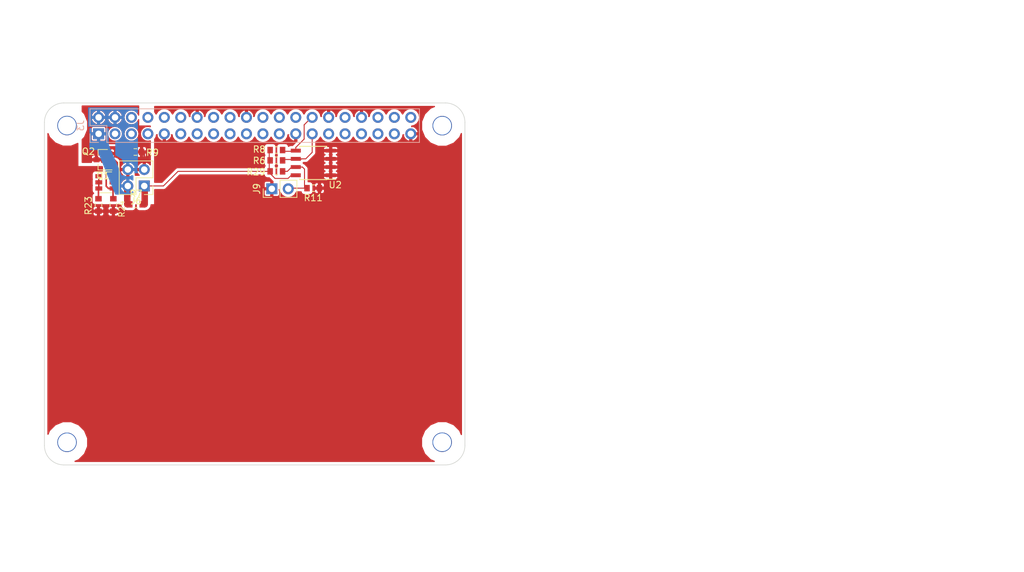
<source format=kicad_pcb>
(kicad_pcb (version 20171130) (host pcbnew no-vcs-found-c6d0075~61~ubuntu16.04.1)

  (general
    (thickness 1.6)
    (drawings 54)
    (tracks 62)
    (zones 0)
    (modules 18)
    (nets 38)
  )

  (page A4)
  (layers
    (0 F.Cu signal)
    (1 In1.Cu signal hide)
    (2 In2.Cu signal hide)
    (31 B.Cu signal hide)
    (32 B.Adhes user)
    (33 F.Adhes user)
    (34 B.Paste user)
    (35 F.Paste user)
    (36 B.SilkS user hide)
    (37 F.SilkS user)
    (38 B.Mask user)
    (39 F.Mask user)
    (40 Dwgs.User user)
    (41 Cmts.User user)
    (42 Eco1.User user hide)
    (43 Eco2.User user hide)
    (44 Edge.Cuts user)
    (45 Margin user hide)
    (46 B.CrtYd user hide)
    (47 F.CrtYd user hide)
    (48 B.Fab user)
    (49 F.Fab user)
  )

  (setup
    (last_trace_width 0.25)
    (user_trace_width 0.15)
    (user_trace_width 0.2)
    (user_trace_width 0.25)
    (user_trace_width 0.4)
    (user_trace_width 0.5)
    (user_trace_width 0.6)
    (user_trace_width 1)
    (user_trace_width 2)
    (trace_clearance 0.2)
    (zone_clearance 0.2)
    (zone_45_only yes)
    (trace_min 0.15)
    (segment_width 0.15)
    (edge_width 0.15)
    (via_size 0.4)
    (via_drill 0.2)
    (via_min_size 0.4)
    (via_min_drill 0.2)
    (uvia_size 0.3)
    (uvia_drill 0.1)
    (uvias_allowed no)
    (uvia_min_size 0.2)
    (uvia_min_drill 0.1)
    (pcb_text_width 0.3)
    (pcb_text_size 1.5 1.5)
    (mod_edge_width 0.15)
    (mod_text_size 0.6 0.6)
    (mod_text_width 0.09)
    (pad_size 1.524 1.524)
    (pad_drill 0.762)
    (pad_to_mask_clearance 0.1)
    (aux_axis_origin 0 0)
    (visible_elements 7FFFFE3F)
    (pcbplotparams
      (layerselection 0x010f8_80000007)
      (usegerberextensions false)
      (usegerberattributes false)
      (usegerberadvancedattributes false)
      (creategerberjobfile false)
      (excludeedgelayer false)
      (linewidth 0.100000)
      (plotframeref false)
      (viasonmask false)
      (mode 1)
      (useauxorigin false)
      (hpglpennumber 1)
      (hpglpenspeed 20)
      (hpglpendiameter 15)
      (psnegative false)
      (psa4output false)
      (plotreference true)
      (plotvalue false)
      (plotinvisibletext false)
      (padsonsilk true)
      (subtractmaskfromsilk false)
      (outputformat 1)
      (mirror false)
      (drillshape 0)
      (scaleselection 1)
      (outputdirectory prod))
  )

  (net 0 "")
  (net 1 GND)
  (net 2 /ID_SD_EEPROM)
  (net 3 /ID_SC_EEPROM)
  (net 4 "Net-(Q1-Pad1)")
  (net 5 "Net-(Q2-Pad1)")
  (net 6 /P3V3_HAT)
  (net 7 /P5V_HAT)
  (net 8 /P3V3)
  (net 9 /P5V)
  (net 10 "Net-(J9-Pad2)")
  (net 11 "Net-(J3-Pad3)")
  (net 12 "Net-(J3-Pad5)")
  (net 13 "Net-(J3-Pad7)")
  (net 14 "Net-(J3-Pad8)")
  (net 15 "Net-(J3-Pad10)")
  (net 16 "Net-(J3-Pad11)")
  (net 17 "Net-(J3-Pad12)")
  (net 18 "Net-(J3-Pad13)")
  (net 19 "Net-(J3-Pad15)")
  (net 20 "Net-(J3-Pad16)")
  (net 21 "Net-(J3-Pad17)")
  (net 22 "Net-(J3-Pad18)")
  (net 23 "Net-(J3-Pad19)")
  (net 24 "Net-(J3-Pad21)")
  (net 25 "Net-(J3-Pad22)")
  (net 26 "Net-(J3-Pad23)")
  (net 27 "Net-(J3-Pad24)")
  (net 28 "Net-(J3-Pad26)")
  (net 29 "Net-(J3-Pad29)")
  (net 30 "Net-(J3-Pad31)")
  (net 31 "Net-(J3-Pad32)")
  (net 32 "Net-(J3-Pad33)")
  (net 33 "Net-(J3-Pad35)")
  (net 34 "Net-(J3-Pad36)")
  (net 35 "Net-(J3-Pad37)")
  (net 36 "Net-(J3-Pad38)")
  (net 37 "Net-(J3-Pad40)")

  (net_class Default "This is the default net class."
    (clearance 0.2)
    (trace_width 0.15)
    (via_dia 0.4)
    (via_drill 0.2)
    (uvia_dia 0.3)
    (uvia_drill 0.1)
    (add_net /ID_SC_EEPROM)
    (add_net /ID_SD_EEPROM)
    (add_net /P3V3)
    (add_net /P3V3_HAT)
    (add_net /P5V)
    (add_net /P5V_HAT)
    (add_net GND)
    (add_net "Net-(J3-Pad10)")
    (add_net "Net-(J3-Pad11)")
    (add_net "Net-(J3-Pad12)")
    (add_net "Net-(J3-Pad13)")
    (add_net "Net-(J3-Pad15)")
    (add_net "Net-(J3-Pad16)")
    (add_net "Net-(J3-Pad17)")
    (add_net "Net-(J3-Pad18)")
    (add_net "Net-(J3-Pad19)")
    (add_net "Net-(J3-Pad21)")
    (add_net "Net-(J3-Pad22)")
    (add_net "Net-(J3-Pad23)")
    (add_net "Net-(J3-Pad24)")
    (add_net "Net-(J3-Pad26)")
    (add_net "Net-(J3-Pad29)")
    (add_net "Net-(J3-Pad3)")
    (add_net "Net-(J3-Pad31)")
    (add_net "Net-(J3-Pad32)")
    (add_net "Net-(J3-Pad33)")
    (add_net "Net-(J3-Pad35)")
    (add_net "Net-(J3-Pad36)")
    (add_net "Net-(J3-Pad37)")
    (add_net "Net-(J3-Pad38)")
    (add_net "Net-(J3-Pad40)")
    (add_net "Net-(J3-Pad5)")
    (add_net "Net-(J3-Pad7)")
    (add_net "Net-(J3-Pad8)")
    (add_net "Net-(J9-Pad2)")
    (add_net "Net-(Q1-Pad1)")
    (add_net "Net-(Q2-Pad1)")
  )

  (module Connector_PinHeader_2.54mm:PinHeader_2x02_P2.54mm_Vertical (layer F.Cu) (tedit 59FED5CC) (tstamp 5A78A54B)
    (at 93.98 73.66 180)
    (descr "Through hole straight pin header, 2x02, 2.54mm pitch, double rows")
    (tags "Through hole pin header THT 2x02 2.54mm double row")
    (path /58E13683)
    (fp_text reference J6 (at 1.27 -2.33 180) (layer F.SilkS)
      (effects (font (size 1 1) (thickness 0.15)))
    )
    (fp_text value CONN_02X02 (at -2.032 1.27 270) (layer F.Fab)
      (effects (font (size 0.6 0.6) (thickness 0.09)))
    )
    (fp_text user %R (at 1.27 1.27 270) (layer F.Fab)
      (effects (font (size 1 1) (thickness 0.15)))
    )
    (fp_line (start 4.35 -1.8) (end -1.8 -1.8) (layer F.CrtYd) (width 0.05))
    (fp_line (start 4.35 4.35) (end 4.35 -1.8) (layer F.CrtYd) (width 0.05))
    (fp_line (start -1.8 4.35) (end 4.35 4.35) (layer F.CrtYd) (width 0.05))
    (fp_line (start -1.8 -1.8) (end -1.8 4.35) (layer F.CrtYd) (width 0.05))
    (fp_line (start -1.33 -1.33) (end 0 -1.33) (layer F.SilkS) (width 0.12))
    (fp_line (start -1.33 0) (end -1.33 -1.33) (layer F.SilkS) (width 0.12))
    (fp_line (start 1.27 -1.33) (end 3.87 -1.33) (layer F.SilkS) (width 0.12))
    (fp_line (start 1.27 1.27) (end 1.27 -1.33) (layer F.SilkS) (width 0.12))
    (fp_line (start -1.33 1.27) (end 1.27 1.27) (layer F.SilkS) (width 0.12))
    (fp_line (start 3.87 -1.33) (end 3.87 3.87) (layer F.SilkS) (width 0.12))
    (fp_line (start -1.33 1.27) (end -1.33 3.87) (layer F.SilkS) (width 0.12))
    (fp_line (start -1.33 3.87) (end 3.87 3.87) (layer F.SilkS) (width 0.12))
    (fp_line (start -1.27 0) (end 0 -1.27) (layer F.Fab) (width 0.1))
    (fp_line (start -1.27 3.81) (end -1.27 0) (layer F.Fab) (width 0.1))
    (fp_line (start 3.81 3.81) (end -1.27 3.81) (layer F.Fab) (width 0.1))
    (fp_line (start 3.81 -1.27) (end 3.81 3.81) (layer F.Fab) (width 0.1))
    (fp_line (start 0 -1.27) (end 3.81 -1.27) (layer F.Fab) (width 0.1))
    (pad 4 thru_hole oval (at 2.54 2.54 180) (size 1.7 1.7) (drill 1) (layers *.Cu *.Mask)
      (net 7 /P5V_HAT))
    (pad 3 thru_hole oval (at 0 2.54 180) (size 1.7 1.7) (drill 1) (layers *.Cu *.Mask)
      (net 9 /P5V))
    (pad 2 thru_hole oval (at 2.54 0 180) (size 1.7 1.7) (drill 1) (layers *.Cu *.Mask)
      (net 6 /P3V3_HAT))
    (pad 1 thru_hole rect (at 0 0 180) (size 1.7 1.7) (drill 1) (layers *.Cu *.Mask)
      (net 8 /P3V3))
    (model ${KISYS3DMOD}/Connector_PinHeader_2.54mm.3dshapes/PinHeader_2x02_P2.54mm_Vertical.wrl
      (at (xyz 0 0 0))
      (scale (xyz 1 1 1))
      (rotate (xyz 0 0 0))
    )
  )

  (module Connector_PinHeader_2.54mm:PinHeader_1x02_P2.54mm_Vertical (layer F.Cu) (tedit 59FED5CC) (tstamp 5A78A564)
    (at 113.7 74.1 90)
    (descr "Through hole straight pin header, 1x02, 2.54mm pitch, single row")
    (tags "Through hole pin header THT 1x02 2.54mm single row")
    (path /58E18D32)
    (fp_text reference J9 (at 0 -2.33 90) (layer F.SilkS)
      (effects (font (size 1 1) (thickness 0.15)))
    )
    (fp_text value CONN_01X02 (at -1.9 1.3 180) (layer F.Fab)
      (effects (font (size 0.6 0.6) (thickness 0.09)))
    )
    (fp_line (start -0.635 -1.27) (end 1.27 -1.27) (layer F.Fab) (width 0.1))
    (fp_line (start 1.27 -1.27) (end 1.27 3.81) (layer F.Fab) (width 0.1))
    (fp_line (start 1.27 3.81) (end -1.27 3.81) (layer F.Fab) (width 0.1))
    (fp_line (start -1.27 3.81) (end -1.27 -0.635) (layer F.Fab) (width 0.1))
    (fp_line (start -1.27 -0.635) (end -0.635 -1.27) (layer F.Fab) (width 0.1))
    (fp_line (start -1.33 3.87) (end 1.33 3.87) (layer F.SilkS) (width 0.12))
    (fp_line (start -1.33 1.27) (end -1.33 3.87) (layer F.SilkS) (width 0.12))
    (fp_line (start 1.33 1.27) (end 1.33 3.87) (layer F.SilkS) (width 0.12))
    (fp_line (start -1.33 1.27) (end 1.33 1.27) (layer F.SilkS) (width 0.12))
    (fp_line (start -1.33 0) (end -1.33 -1.33) (layer F.SilkS) (width 0.12))
    (fp_line (start -1.33 -1.33) (end 0 -1.33) (layer F.SilkS) (width 0.12))
    (fp_line (start -1.8 -1.8) (end -1.8 4.35) (layer F.CrtYd) (width 0.05))
    (fp_line (start -1.8 4.35) (end 1.8 4.35) (layer F.CrtYd) (width 0.05))
    (fp_line (start 1.8 4.35) (end 1.8 -1.8) (layer F.CrtYd) (width 0.05))
    (fp_line (start 1.8 -1.8) (end -1.8 -1.8) (layer F.CrtYd) (width 0.05))
    (fp_text user %R (at 0 1.27 180) (layer F.Fab)
      (effects (font (size 1 1) (thickness 0.15)))
    )
    (pad 1 thru_hole rect (at 0 0 90) (size 1.7 1.7) (drill 1) (layers *.Cu *.Mask)
      (net 1 GND))
    (pad 2 thru_hole oval (at 0 2.54 90) (size 1.7 1.7) (drill 1) (layers *.Cu *.Mask)
      (net 10 "Net-(J9-Pad2)"))
    (model ${KISYS3DMOD}/Connector_PinHeader_2.54mm.3dshapes/PinHeader_1x02_P2.54mm_Vertical.wrl
      (at (xyz 0 0 0))
      (scale (xyz 1 1 1))
      (rotate (xyz 0 0 0))
    )
  )

  (module Connector_PinSocket_2.54mm:PinSocket_2x20_P2.54mm_Vertical locked (layer B.Cu) (tedit 5A19A433) (tstamp 5A78A50E)
    (at 86.92 65.59 270)
    (descr "Through hole straight socket strip, 2x20, 2.54mm pitch, double cols (from Kicad 4.0.7), script generated")
    (tags "Through hole socket strip THT 2x20 2.54mm double row")
    (path /58DFC771)
    (fp_text reference J3 (at -1.27 2.77 270) (layer B.SilkS)
      (effects (font (size 1 1) (thickness 0.15)) (justify mirror))
    )
    (fp_text value 40HAT (at -1.27 -51.03 270) (layer B.Fab)
      (effects (font (size 0.6 0.6) (thickness 0.09)) (justify mirror))
    )
    (fp_line (start -3.81 1.27) (end 0.27 1.27) (layer B.Fab) (width 0.1))
    (fp_line (start 0.27 1.27) (end 1.27 0.27) (layer B.Fab) (width 0.1))
    (fp_line (start 1.27 0.27) (end 1.27 -49.53) (layer B.Fab) (width 0.1))
    (fp_line (start 1.27 -49.53) (end -3.81 -49.53) (layer B.Fab) (width 0.1))
    (fp_line (start -3.81 -49.53) (end -3.81 1.27) (layer B.Fab) (width 0.1))
    (fp_line (start -3.87 1.33) (end -1.27 1.33) (layer B.SilkS) (width 0.12))
    (fp_line (start -3.87 1.33) (end -3.87 -49.59) (layer B.SilkS) (width 0.12))
    (fp_line (start -3.87 -49.59) (end 1.33 -49.59) (layer B.SilkS) (width 0.12))
    (fp_line (start 1.33 -1.27) (end 1.33 -49.59) (layer B.SilkS) (width 0.12))
    (fp_line (start -1.27 -1.27) (end 1.33 -1.27) (layer B.SilkS) (width 0.12))
    (fp_line (start -1.27 1.33) (end -1.27 -1.27) (layer B.SilkS) (width 0.12))
    (fp_line (start 1.33 1.33) (end 1.33 0) (layer B.SilkS) (width 0.12))
    (fp_line (start 0 1.33) (end 1.33 1.33) (layer B.SilkS) (width 0.12))
    (fp_line (start -4.34 1.8) (end 1.76 1.8) (layer B.CrtYd) (width 0.05))
    (fp_line (start 1.76 1.8) (end 1.76 -50) (layer B.CrtYd) (width 0.05))
    (fp_line (start 1.76 -50) (end -4.34 -50) (layer B.CrtYd) (width 0.05))
    (fp_line (start -4.34 -50) (end -4.34 1.8) (layer B.CrtYd) (width 0.05))
    (fp_text user %R (at -1.27 -24.13 180) (layer B.Fab)
      (effects (font (size 1 1) (thickness 0.15)) (justify mirror))
    )
    (pad 1 thru_hole rect (at 0 0 270) (size 1.7 1.7) (drill 1) (layers *.Cu *.Mask)
      (net 6 /P3V3_HAT))
    (pad 2 thru_hole oval (at -2.54 0 270) (size 1.7 1.7) (drill 1) (layers *.Cu *.Mask)
      (net 7 /P5V_HAT))
    (pad 3 thru_hole oval (at 0 -2.54 270) (size 1.7 1.7) (drill 1) (layers *.Cu *.Mask)
      (net 11 "Net-(J3-Pad3)"))
    (pad 4 thru_hole oval (at -2.54 -2.54 270) (size 1.7 1.7) (drill 1) (layers *.Cu *.Mask)
      (net 7 /P5V_HAT))
    (pad 5 thru_hole oval (at 0 -5.08 270) (size 1.7 1.7) (drill 1) (layers *.Cu *.Mask)
      (net 12 "Net-(J3-Pad5)"))
    (pad 6 thru_hole oval (at -2.54 -5.08 270) (size 1.7 1.7) (drill 1) (layers *.Cu *.Mask)
      (net 1 GND))
    (pad 7 thru_hole oval (at 0 -7.62 270) (size 1.7 1.7) (drill 1) (layers *.Cu *.Mask)
      (net 13 "Net-(J3-Pad7)"))
    (pad 8 thru_hole oval (at -2.54 -7.62 270) (size 1.7 1.7) (drill 1) (layers *.Cu *.Mask)
      (net 14 "Net-(J3-Pad8)"))
    (pad 9 thru_hole oval (at 0 -10.16 270) (size 1.7 1.7) (drill 1) (layers *.Cu *.Mask)
      (net 1 GND))
    (pad 10 thru_hole oval (at -2.54 -10.16 270) (size 1.7 1.7) (drill 1) (layers *.Cu *.Mask)
      (net 15 "Net-(J3-Pad10)"))
    (pad 11 thru_hole oval (at 0 -12.7 270) (size 1.7 1.7) (drill 1) (layers *.Cu *.Mask)
      (net 16 "Net-(J3-Pad11)"))
    (pad 12 thru_hole oval (at -2.54 -12.7 270) (size 1.7 1.7) (drill 1) (layers *.Cu *.Mask)
      (net 17 "Net-(J3-Pad12)"))
    (pad 13 thru_hole oval (at 0 -15.24 270) (size 1.7 1.7) (drill 1) (layers *.Cu *.Mask)
      (net 18 "Net-(J3-Pad13)"))
    (pad 14 thru_hole oval (at -2.54 -15.24 270) (size 1.7 1.7) (drill 1) (layers *.Cu *.Mask)
      (net 1 GND))
    (pad 15 thru_hole oval (at 0 -17.78 270) (size 1.7 1.7) (drill 1) (layers *.Cu *.Mask)
      (net 19 "Net-(J3-Pad15)"))
    (pad 16 thru_hole oval (at -2.54 -17.78 270) (size 1.7 1.7) (drill 1) (layers *.Cu *.Mask)
      (net 20 "Net-(J3-Pad16)"))
    (pad 17 thru_hole oval (at 0 -20.32 270) (size 1.7 1.7) (drill 1) (layers *.Cu *.Mask)
      (net 21 "Net-(J3-Pad17)"))
    (pad 18 thru_hole oval (at -2.54 -20.32 270) (size 1.7 1.7) (drill 1) (layers *.Cu *.Mask)
      (net 22 "Net-(J3-Pad18)"))
    (pad 19 thru_hole oval (at 0 -22.86 270) (size 1.7 1.7) (drill 1) (layers *.Cu *.Mask)
      (net 23 "Net-(J3-Pad19)"))
    (pad 20 thru_hole oval (at -2.54 -22.86 270) (size 1.7 1.7) (drill 1) (layers *.Cu *.Mask)
      (net 1 GND))
    (pad 21 thru_hole oval (at 0 -25.4 270) (size 1.7 1.7) (drill 1) (layers *.Cu *.Mask)
      (net 24 "Net-(J3-Pad21)"))
    (pad 22 thru_hole oval (at -2.54 -25.4 270) (size 1.7 1.7) (drill 1) (layers *.Cu *.Mask)
      (net 25 "Net-(J3-Pad22)"))
    (pad 23 thru_hole oval (at 0 -27.94 270) (size 1.7 1.7) (drill 1) (layers *.Cu *.Mask)
      (net 26 "Net-(J3-Pad23)"))
    (pad 24 thru_hole oval (at -2.54 -27.94 270) (size 1.7 1.7) (drill 1) (layers *.Cu *.Mask)
      (net 27 "Net-(J3-Pad24)"))
    (pad 25 thru_hole oval (at 0 -30.48 270) (size 1.7 1.7) (drill 1) (layers *.Cu *.Mask)
      (net 1 GND))
    (pad 26 thru_hole oval (at -2.54 -30.48 270) (size 1.7 1.7) (drill 1) (layers *.Cu *.Mask)
      (net 28 "Net-(J3-Pad26)"))
    (pad 27 thru_hole oval (at 0 -33.02 270) (size 1.7 1.7) (drill 1) (layers *.Cu *.Mask)
      (net 2 /ID_SD_EEPROM))
    (pad 28 thru_hole oval (at -2.54 -33.02 270) (size 1.7 1.7) (drill 1) (layers *.Cu *.Mask)
      (net 3 /ID_SC_EEPROM))
    (pad 29 thru_hole oval (at 0 -35.56 270) (size 1.7 1.7) (drill 1) (layers *.Cu *.Mask)
      (net 29 "Net-(J3-Pad29)"))
    (pad 30 thru_hole oval (at -2.54 -35.56 270) (size 1.7 1.7) (drill 1) (layers *.Cu *.Mask)
      (net 1 GND))
    (pad 31 thru_hole oval (at 0 -38.1 270) (size 1.7 1.7) (drill 1) (layers *.Cu *.Mask)
      (net 30 "Net-(J3-Pad31)"))
    (pad 32 thru_hole oval (at -2.54 -38.1 270) (size 1.7 1.7) (drill 1) (layers *.Cu *.Mask)
      (net 31 "Net-(J3-Pad32)"))
    (pad 33 thru_hole oval (at 0 -40.64 270) (size 1.7 1.7) (drill 1) (layers *.Cu *.Mask)
      (net 32 "Net-(J3-Pad33)"))
    (pad 34 thru_hole oval (at -2.54 -40.64 270) (size 1.7 1.7) (drill 1) (layers *.Cu *.Mask)
      (net 1 GND))
    (pad 35 thru_hole oval (at 0 -43.18 270) (size 1.7 1.7) (drill 1) (layers *.Cu *.Mask)
      (net 33 "Net-(J3-Pad35)"))
    (pad 36 thru_hole oval (at -2.54 -43.18 270) (size 1.7 1.7) (drill 1) (layers *.Cu *.Mask)
      (net 34 "Net-(J3-Pad36)"))
    (pad 37 thru_hole oval (at 0 -45.72 270) (size 1.7 1.7) (drill 1) (layers *.Cu *.Mask)
      (net 35 "Net-(J3-Pad37)"))
    (pad 38 thru_hole oval (at -2.54 -45.72 270) (size 1.7 1.7) (drill 1) (layers *.Cu *.Mask)
      (net 36 "Net-(J3-Pad38)"))
    (pad 39 thru_hole oval (at 0 -48.26 270) (size 1.7 1.7) (drill 1) (layers *.Cu *.Mask)
      (net 1 GND))
    (pad 40 thru_hole oval (at -2.54 -48.26 270) (size 1.7 1.7) (drill 1) (layers *.Cu *.Mask)
      (net 37 "Net-(J3-Pad40)"))
    (model ${KISYS3DMOD}/Connector_PinSocket_2.54mm.3dshapes/PinSocket_2x20_P2.54mm_Vertical.wrl
      (at (xyz 0 0 0))
      (scale (xyz 1 1 1))
      (rotate (xyz 0 0 0))
    )
  )

  (module Package_SOIC:SOIC-8_3.9x4.9mm_P1.27mm (layer F.Cu) (tedit 5A02F2D3) (tstamp 5A78A4F2)
    (at 120.1 70.1 180)
    (descr "8-Lead Plastic Small Outline (SN) - Narrow, 3.90 mm Body [SOIC] (see Microchip Packaging Specification 00000049BS.pdf)")
    (tags "SOIC 1.27")
    (path /58E1713F)
    (attr smd)
    (fp_text reference U2 (at -3.4 -3.4 180) (layer F.SilkS)
      (effects (font (size 1 1) (thickness 0.15)))
    )
    (fp_text value CAT24C32 (at -2.65 0.1 270) (layer F.Fab)
      (effects (font (size 0.6 0.6) (thickness 0.09)))
    )
    (fp_text user %R (at 0 0 180) (layer F.Fab)
      (effects (font (size 1 1) (thickness 0.15)))
    )
    (fp_line (start -0.95 -2.45) (end 1.95 -2.45) (layer F.Fab) (width 0.1))
    (fp_line (start 1.95 -2.45) (end 1.95 2.45) (layer F.Fab) (width 0.1))
    (fp_line (start 1.95 2.45) (end -1.95 2.45) (layer F.Fab) (width 0.1))
    (fp_line (start -1.95 2.45) (end -1.95 -1.45) (layer F.Fab) (width 0.1))
    (fp_line (start -1.95 -1.45) (end -0.95 -2.45) (layer F.Fab) (width 0.1))
    (fp_line (start -3.73 -2.7) (end -3.73 2.7) (layer F.CrtYd) (width 0.05))
    (fp_line (start 3.73 -2.7) (end 3.73 2.7) (layer F.CrtYd) (width 0.05))
    (fp_line (start -3.73 -2.7) (end 3.73 -2.7) (layer F.CrtYd) (width 0.05))
    (fp_line (start -3.73 2.7) (end 3.73 2.7) (layer F.CrtYd) (width 0.05))
    (fp_line (start -2.075 -2.575) (end -2.075 -2.525) (layer F.SilkS) (width 0.15))
    (fp_line (start 2.075 -2.575) (end 2.075 -2.43) (layer F.SilkS) (width 0.15))
    (fp_line (start 2.075 2.575) (end 2.075 2.43) (layer F.SilkS) (width 0.15))
    (fp_line (start -2.075 2.575) (end -2.075 2.43) (layer F.SilkS) (width 0.15))
    (fp_line (start -2.075 -2.575) (end 2.075 -2.575) (layer F.SilkS) (width 0.15))
    (fp_line (start -2.075 2.575) (end 2.075 2.575) (layer F.SilkS) (width 0.15))
    (fp_line (start -2.075 -2.525) (end -3.475 -2.525) (layer F.SilkS) (width 0.15))
    (pad 1 smd rect (at -2.7 -1.905 180) (size 1.55 0.6) (layers F.Cu F.Paste F.Mask)
      (net 1 GND))
    (pad 2 smd rect (at -2.7 -0.635 180) (size 1.55 0.6) (layers F.Cu F.Paste F.Mask)
      (net 1 GND))
    (pad 3 smd rect (at -2.7 0.635 180) (size 1.55 0.6) (layers F.Cu F.Paste F.Mask)
      (net 1 GND))
    (pad 4 smd rect (at -2.7 1.905 180) (size 1.55 0.6) (layers F.Cu F.Paste F.Mask)
      (net 1 GND))
    (pad 5 smd rect (at 2.7 1.905 180) (size 1.55 0.6) (layers F.Cu F.Paste F.Mask)
      (net 3 /ID_SC_EEPROM))
    (pad 6 smd rect (at 2.7 0.635 180) (size 1.55 0.6) (layers F.Cu F.Paste F.Mask)
      (net 2 /ID_SD_EEPROM))
    (pad 7 smd rect (at 2.7 -0.635 180) (size 1.55 0.6) (layers F.Cu F.Paste F.Mask)
      (net 10 "Net-(J9-Pad2)"))
    (pad 8 smd rect (at 2.7 -1.905 180) (size 1.55 0.6) (layers F.Cu F.Paste F.Mask)
      (net 8 /P3V3))
    (model ${KISYS3DMOD}/Package_SOIC.3dshapes/SOIC-8_3.9x4.9mm_P1.27mm.wrl
      (at (xyz 0 0 0))
      (scale (xyz 1 1 1))
      (rotate (xyz 0 0 0))
    )
  )

  (module Package_TO_SOT_SMD:SOT-23 (layer F.Cu) (tedit 5A6D06A4) (tstamp 5A78A4DE)
    (at 87.6 69.6 180)
    (descr "SOT-23, Standard")
    (tags SOT-23)
    (path /58E14EB1)
    (attr smd)
    (fp_text reference Q1 (at 0 -2.5 180) (layer F.SilkS)
      (effects (font (size 1 1) (thickness 0.15)))
    )
    (fp_text value DMG2305UX (at 1.494 2.036) (layer F.Fab)
      (effects (font (size 0.6 0.6) (thickness 0.09)))
    )
    (fp_text user %R (at 0 0 270) (layer F.Fab)
      (effects (font (size 0.5 0.5) (thickness 0.075)))
    )
    (fp_line (start -0.7 -0.95) (end -0.7 1.5) (layer F.Fab) (width 0.1))
    (fp_line (start -0.15 -1.52) (end 0.7 -1.52) (layer F.Fab) (width 0.1))
    (fp_line (start -0.7 -0.95) (end -0.15 -1.52) (layer F.Fab) (width 0.1))
    (fp_line (start 0.7 -1.52) (end 0.7 1.52) (layer F.Fab) (width 0.1))
    (fp_line (start -0.7 1.52) (end 0.7 1.52) (layer F.Fab) (width 0.1))
    (fp_line (start 0.76 1.58) (end 0.76 0.65) (layer F.SilkS) (width 0.12))
    (fp_line (start 0.76 -1.58) (end 0.76 -0.65) (layer F.SilkS) (width 0.12))
    (fp_line (start -1.7 -1.75) (end 1.7 -1.75) (layer F.CrtYd) (width 0.05))
    (fp_line (start 1.7 -1.75) (end 1.7 1.75) (layer F.CrtYd) (width 0.05))
    (fp_line (start 1.7 1.75) (end -1.7 1.75) (layer F.CrtYd) (width 0.05))
    (fp_line (start -1.7 1.75) (end -1.7 -1.75) (layer F.CrtYd) (width 0.05))
    (fp_line (start 0.76 -1.58) (end -1.4 -1.58) (layer F.SilkS) (width 0.12))
    (fp_line (start 0.76 1.58) (end -0.7 1.58) (layer F.SilkS) (width 0.12))
    (pad 1 smd rect (at -1 -0.95 180) (size 0.9 0.8) (layers F.Cu F.Paste F.Mask)
      (net 4 "Net-(Q1-Pad1)"))
    (pad 2 smd rect (at -1 0.95 180) (size 0.9 0.8) (layers F.Cu F.Paste F.Mask)
      (net 7 /P5V_HAT))
    (pad 3 smd rect (at 1 0 180) (size 0.9 0.8) (layers F.Cu F.Paste F.Mask)
      (net 9 /P5V))
    (model ${KISYS3DMOD}/Package_TO_SOT_SMD.3dshapes/SOT-23.wrl
      (at (xyz 0 0 0))
      (scale (xyz 1 1 1))
      (rotate (xyz 0 0 0))
    )
  )

  (module Package_TO_SOT_SMD:SOT-23-6 (layer F.Cu) (tedit 5A02FF57) (tstamp 5A78A4C9)
    (at 88.05 73.1)
    (descr "6-pin SOT-23 package")
    (tags SOT-23-6)
    (path /58E1538B)
    (attr smd)
    (fp_text reference Q2 (at -2.706 -4.774) (layer F.SilkS)
      (effects (font (size 1 1) (thickness 0.15)))
    )
    (fp_text value DMMT5401 (at -2.452 -0.202 90) (layer F.Fab)
      (effects (font (size 0.6 0.6) (thickness 0.09)))
    )
    (fp_text user %R (at 0 0 90) (layer F.Fab)
      (effects (font (size 0.5 0.5) (thickness 0.075)))
    )
    (fp_line (start -0.9 1.61) (end 0.9 1.61) (layer F.SilkS) (width 0.12))
    (fp_line (start 0.9 -1.61) (end -1.55 -1.61) (layer F.SilkS) (width 0.12))
    (fp_line (start 1.9 -1.8) (end -1.9 -1.8) (layer F.CrtYd) (width 0.05))
    (fp_line (start 1.9 1.8) (end 1.9 -1.8) (layer F.CrtYd) (width 0.05))
    (fp_line (start -1.9 1.8) (end 1.9 1.8) (layer F.CrtYd) (width 0.05))
    (fp_line (start -1.9 -1.8) (end -1.9 1.8) (layer F.CrtYd) (width 0.05))
    (fp_line (start -0.9 -0.9) (end -0.25 -1.55) (layer F.Fab) (width 0.1))
    (fp_line (start 0.9 -1.55) (end -0.25 -1.55) (layer F.Fab) (width 0.1))
    (fp_line (start -0.9 -0.9) (end -0.9 1.55) (layer F.Fab) (width 0.1))
    (fp_line (start 0.9 1.55) (end -0.9 1.55) (layer F.Fab) (width 0.1))
    (fp_line (start 0.9 -1.55) (end 0.9 1.55) (layer F.Fab) (width 0.1))
    (pad 1 smd rect (at -1.1 -0.95) (size 1.06 0.65) (layers F.Cu F.Paste F.Mask)
      (net 5 "Net-(Q2-Pad1)"))
    (pad 2 smd rect (at -1.1 0) (size 1.06 0.65) (layers F.Cu F.Paste F.Mask)
      (net 5 "Net-(Q2-Pad1)"))
    (pad 3 smd rect (at -1.1 0.95) (size 1.06 0.65) (layers F.Cu F.Paste F.Mask)
      (net 5 "Net-(Q2-Pad1)"))
    (pad 4 smd rect (at 1.1 0.95) (size 1.06 0.65) (layers F.Cu F.Paste F.Mask)
      (net 4 "Net-(Q1-Pad1)"))
    (pad 6 smd rect (at 1.1 -0.95) (size 1.06 0.65) (layers F.Cu F.Paste F.Mask)
      (net 9 /P5V))
    (pad 5 smd rect (at 1.1 0) (size 1.06 0.65) (layers F.Cu F.Paste F.Mask)
      (net 7 /P5V_HAT))
    (model ${KISYS3DMOD}/Package_TO_SOT_SMD.3dshapes/SOT-23-6.wrl
      (at (xyz 0 0 0))
      (scale (xyz 1 1 1))
      (rotate (xyz 0 0 0))
    )
  )

  (module Resistor_SMD:R_0603_1608Metric_Pad0.84x1.00mm_HandSolder (layer F.Cu) (tedit 59FE48B8) (tstamp 5A78A4B9)
    (at 114.4 69.7)
    (descr "Resistor SMD 0603 (1608 Metric), square (rectangular) end terminal, IPC_7351 nominal with elongated pad for handsoldering. (Body size source: http://www.tortai-tech.com/upload/download/2011102023233369053.pdf), generated with kicad-footprint-generator")
    (tags "resistor handsolder")
    (path /58E17715)
    (attr smd)
    (fp_text reference R6 (at -2.65 0.05) (layer F.SilkS)
      (effects (font (size 1 1) (thickness 0.15)))
    )
    (fp_text value 3.9K (at 1.85 0.05) (layer F.Fab)
      (effects (font (size 0.6 0.6) (thickness 0.09)))
    )
    (fp_text user %R (at 0 0) (layer F.Fab)
      (effects (font (size 0.5 0.5) (thickness 0.08)))
    )
    (fp_line (start 1.64 0.75) (end -1.64 0.75) (layer F.CrtYd) (width 0.05))
    (fp_line (start 1.64 -0.75) (end 1.64 0.75) (layer F.CrtYd) (width 0.05))
    (fp_line (start -1.64 -0.75) (end 1.64 -0.75) (layer F.CrtYd) (width 0.05))
    (fp_line (start -1.64 0.75) (end -1.64 -0.75) (layer F.CrtYd) (width 0.05))
    (fp_line (start -0.22 0.51) (end 0.22 0.51) (layer F.SilkS) (width 0.12))
    (fp_line (start -0.22 -0.51) (end 0.22 -0.51) (layer F.SilkS) (width 0.12))
    (fp_line (start 0.8 0.4) (end -0.8 0.4) (layer F.Fab) (width 0.1))
    (fp_line (start 0.8 -0.4) (end 0.8 0.4) (layer F.Fab) (width 0.1))
    (fp_line (start -0.8 -0.4) (end 0.8 -0.4) (layer F.Fab) (width 0.1))
    (fp_line (start -0.8 0.4) (end -0.8 -0.4) (layer F.Fab) (width 0.1))
    (pad 2 smd rect (at 0.9625 0) (size 0.845 1) (layers F.Cu F.Paste F.Mask)
      (net 2 /ID_SD_EEPROM))
    (pad 1 smd rect (at -0.9625 0) (size 0.845 1) (layers F.Cu F.Paste F.Mask)
      (net 8 /P3V3))
    (model ${KISYS3DMOD}/Resistor_SMD.3dshapes/R_0603_1608Metric.wrl
      (at (xyz 0 0 0))
      (scale (xyz 1 1 1))
      (rotate (xyz 0 0 0))
    )
  )

  (module Resistor_SMD:R_0603_1608Metric_Pad0.84x1.00mm_HandSolder (layer F.Cu) (tedit 59FE48B8) (tstamp 5A78A4A9)
    (at 114.4 71.4)
    (descr "Resistor SMD 0603 (1608 Metric), square (rectangular) end terminal, IPC_7351 nominal with elongated pad for handsoldering. (Body size source: http://www.tortai-tech.com/upload/download/2011102023233369053.pdf), generated with kicad-footprint-generator")
    (tags "resistor handsolder")
    (path /58E19E51)
    (attr smd)
    (fp_text reference R29 (at -3.15 0.1) (layer F.SilkS)
      (effects (font (size 1 1) (thickness 0.15)))
    )
    (fp_text value 10K (at 1.85 -0.15) (layer F.Fab)
      (effects (font (size 0.6 0.6) (thickness 0.09)))
    )
    (fp_line (start -0.8 0.4) (end -0.8 -0.4) (layer F.Fab) (width 0.1))
    (fp_line (start -0.8 -0.4) (end 0.8 -0.4) (layer F.Fab) (width 0.1))
    (fp_line (start 0.8 -0.4) (end 0.8 0.4) (layer F.Fab) (width 0.1))
    (fp_line (start 0.8 0.4) (end -0.8 0.4) (layer F.Fab) (width 0.1))
    (fp_line (start -0.22 -0.51) (end 0.22 -0.51) (layer F.SilkS) (width 0.12))
    (fp_line (start -0.22 0.51) (end 0.22 0.51) (layer F.SilkS) (width 0.12))
    (fp_line (start -1.64 0.75) (end -1.64 -0.75) (layer F.CrtYd) (width 0.05))
    (fp_line (start -1.64 -0.75) (end 1.64 -0.75) (layer F.CrtYd) (width 0.05))
    (fp_line (start 1.64 -0.75) (end 1.64 0.75) (layer F.CrtYd) (width 0.05))
    (fp_line (start 1.64 0.75) (end -1.64 0.75) (layer F.CrtYd) (width 0.05))
    (fp_text user %R (at 0 0) (layer F.Fab)
      (effects (font (size 0.5 0.5) (thickness 0.08)))
    )
    (pad 1 smd rect (at -0.9625 0) (size 0.845 1) (layers F.Cu F.Paste F.Mask)
      (net 8 /P3V3))
    (pad 2 smd rect (at 0.9625 0) (size 0.845 1) (layers F.Cu F.Paste F.Mask)
      (net 10 "Net-(J9-Pad2)"))
    (model ${KISYS3DMOD}/Resistor_SMD.3dshapes/R_0603_1608Metric.wrl
      (at (xyz 0 0 0))
      (scale (xyz 1 1 1))
      (rotate (xyz 0 0 0))
    )
  )

  (module Resistor_SMD:R_0603_1608Metric_Pad0.84x1.00mm_HandSolder (layer F.Cu) (tedit 5A6D0771) (tstamp 5A78A499)
    (at 89.2 76.6 270)
    (descr "Resistor SMD 0603 (1608 Metric), square (rectangular) end terminal, IPC_7351 nominal with elongated pad for handsoldering. (Body size source: http://www.tortai-tech.com/upload/download/2011102023233369053.pdf), generated with kicad-footprint-generator")
    (tags "resistor handsolder")
    (path /58E158A1)
    (attr smd)
    (fp_text reference R24 (at 0.616 -1.3 270) (layer F.SilkS)
      (effects (font (size 0.9 0.9) (thickness 0.13)))
    )
    (fp_text value 22 (at 0 1.65 270) (layer F.Fab)
      (effects (font (size 0.6 0.6) (thickness 0.09)))
    )
    (fp_text user %R (at 0 0 270) (layer F.Fab)
      (effects (font (size 0.5 0.5) (thickness 0.08)))
    )
    (fp_line (start 1.64 0.75) (end -1.64 0.75) (layer F.CrtYd) (width 0.05))
    (fp_line (start 1.64 -0.75) (end 1.64 0.75) (layer F.CrtYd) (width 0.05))
    (fp_line (start -1.64 -0.75) (end 1.64 -0.75) (layer F.CrtYd) (width 0.05))
    (fp_line (start -1.64 0.75) (end -1.64 -0.75) (layer F.CrtYd) (width 0.05))
    (fp_line (start -0.22 0.51) (end 0.22 0.51) (layer F.SilkS) (width 0.12))
    (fp_line (start -0.22 -0.51) (end 0.22 -0.51) (layer F.SilkS) (width 0.12))
    (fp_line (start 0.8 0.4) (end -0.8 0.4) (layer F.Fab) (width 0.1))
    (fp_line (start 0.8 -0.4) (end 0.8 0.4) (layer F.Fab) (width 0.1))
    (fp_line (start -0.8 -0.4) (end 0.8 -0.4) (layer F.Fab) (width 0.1))
    (fp_line (start -0.8 0.4) (end -0.8 -0.4) (layer F.Fab) (width 0.1))
    (pad 2 smd rect (at 0.9625 0 270) (size 0.845 1) (layers F.Cu F.Paste F.Mask)
      (net 1 GND))
    (pad 1 smd rect (at -0.9625 0 270) (size 0.845 1) (layers F.Cu F.Paste F.Mask)
      (net 4 "Net-(Q1-Pad1)"))
    (model ${KISYS3DMOD}/Resistor_SMD.3dshapes/R_0603_1608Metric.wrl
      (at (xyz 0 0 0))
      (scale (xyz 1 1 1))
      (rotate (xyz 0 0 0))
    )
  )

  (module Resistor_SMD:R_0603_1608Metric_Pad0.84x1.00mm_HandSolder (layer F.Cu) (tedit 59FE48B8) (tstamp 5A78A489)
    (at 86.9 76.6 270)
    (descr "Resistor SMD 0603 (1608 Metric), square (rectangular) end terminal, IPC_7351 nominal with elongated pad for handsoldering. (Body size source: http://www.tortai-tech.com/upload/download/2011102023233369053.pdf), generated with kicad-footprint-generator")
    (tags "resistor handsolder")
    (path /58E15896)
    (attr smd)
    (fp_text reference R23 (at 0.108 1.556 90) (layer F.SilkS)
      (effects (font (size 1 1) (thickness 0.15)))
    )
    (fp_text value 22 (at 0 0.794 270) (layer F.Fab)
      (effects (font (size 0.6 0.6) (thickness 0.09)))
    )
    (fp_line (start -0.8 0.4) (end -0.8 -0.4) (layer F.Fab) (width 0.1))
    (fp_line (start -0.8 -0.4) (end 0.8 -0.4) (layer F.Fab) (width 0.1))
    (fp_line (start 0.8 -0.4) (end 0.8 0.4) (layer F.Fab) (width 0.1))
    (fp_line (start 0.8 0.4) (end -0.8 0.4) (layer F.Fab) (width 0.1))
    (fp_line (start -0.22 -0.51) (end 0.22 -0.51) (layer F.SilkS) (width 0.12))
    (fp_line (start -0.22 0.51) (end 0.22 0.51) (layer F.SilkS) (width 0.12))
    (fp_line (start -1.64 0.75) (end -1.64 -0.75) (layer F.CrtYd) (width 0.05))
    (fp_line (start -1.64 -0.75) (end 1.64 -0.75) (layer F.CrtYd) (width 0.05))
    (fp_line (start 1.64 -0.75) (end 1.64 0.75) (layer F.CrtYd) (width 0.05))
    (fp_line (start 1.64 0.75) (end -1.64 0.75) (layer F.CrtYd) (width 0.05))
    (fp_text user %R (at 0 0 270) (layer F.Fab)
      (effects (font (size 0.5 0.5) (thickness 0.08)))
    )
    (pad 1 smd rect (at -0.9625 0 270) (size 0.845 1) (layers F.Cu F.Paste F.Mask)
      (net 5 "Net-(Q2-Pad1)"))
    (pad 2 smd rect (at 0.9625 0 270) (size 0.845 1) (layers F.Cu F.Paste F.Mask)
      (net 1 GND))
    (model ${KISYS3DMOD}/Resistor_SMD.3dshapes/R_0603_1608Metric.wrl
      (at (xyz 0 0 0))
      (scale (xyz 1 1 1))
      (rotate (xyz 0 0 0))
    )
  )

  (module Resistor_SMD:R_0603_1608Metric_Pad0.84x1.00mm_HandSolder (layer F.Cu) (tedit 59FE48B8) (tstamp 5A78A479)
    (at 120.1 74)
    (descr "Resistor SMD 0603 (1608 Metric), square (rectangular) end terminal, IPC_7351 nominal with elongated pad for handsoldering. (Body size source: http://www.tortai-tech.com/upload/download/2011102023233369053.pdf), generated with kicad-footprint-generator")
    (tags "resistor handsolder")
    (path /58E22900)
    (attr smd)
    (fp_text reference R11 (at 0 1.5) (layer F.SilkS)
      (effects (font (size 1 1) (thickness 0.15)))
    )
    (fp_text value DNP (at 0 1.65) (layer F.Fab)
      (effects (font (size 0.6 0.6) (thickness 0.09)))
    )
    (fp_text user %R (at 0 0) (layer F.Fab)
      (effects (font (size 0.5 0.5) (thickness 0.08)))
    )
    (fp_line (start 1.64 0.75) (end -1.64 0.75) (layer F.CrtYd) (width 0.05))
    (fp_line (start 1.64 -0.75) (end 1.64 0.75) (layer F.CrtYd) (width 0.05))
    (fp_line (start -1.64 -0.75) (end 1.64 -0.75) (layer F.CrtYd) (width 0.05))
    (fp_line (start -1.64 0.75) (end -1.64 -0.75) (layer F.CrtYd) (width 0.05))
    (fp_line (start -0.22 0.51) (end 0.22 0.51) (layer F.SilkS) (width 0.12))
    (fp_line (start -0.22 -0.51) (end 0.22 -0.51) (layer F.SilkS) (width 0.12))
    (fp_line (start 0.8 0.4) (end -0.8 0.4) (layer F.Fab) (width 0.1))
    (fp_line (start 0.8 -0.4) (end 0.8 0.4) (layer F.Fab) (width 0.1))
    (fp_line (start -0.8 -0.4) (end 0.8 -0.4) (layer F.Fab) (width 0.1))
    (fp_line (start -0.8 0.4) (end -0.8 -0.4) (layer F.Fab) (width 0.1))
    (pad 2 smd rect (at 0.9625 0) (size 0.845 1) (layers F.Cu F.Paste F.Mask)
      (net 1 GND))
    (pad 1 smd rect (at -0.9625 0) (size 0.845 1) (layers F.Cu F.Paste F.Mask)
      (net 10 "Net-(J9-Pad2)"))
    (model ${KISYS3DMOD}/Resistor_SMD.3dshapes/R_0603_1608Metric.wrl
      (at (xyz 0 0 0))
      (scale (xyz 1 1 1))
      (rotate (xyz 0 0 0))
    )
  )

  (module Resistor_SMD:R_0603_1608Metric_Pad0.84x1.00mm_HandSolder (layer F.Cu) (tedit 59FE48B8) (tstamp 5A78A469)
    (at 114.4 68.1)
    (descr "Resistor SMD 0603 (1608 Metric), square (rectangular) end terminal, IPC_7351 nominal with elongated pad for handsoldering. (Body size source: http://www.tortai-tech.com/upload/download/2011102023233369053.pdf), generated with kicad-footprint-generator")
    (tags "resistor handsolder")
    (path /58E17720)
    (attr smd)
    (fp_text reference R8 (at -2.65 -0.1) (layer F.SilkS)
      (effects (font (size 1 1) (thickness 0.15)))
    )
    (fp_text value 3.9K (at 1.85 -0.1) (layer F.Fab)
      (effects (font (size 0.6 0.6) (thickness 0.09)))
    )
    (fp_line (start -0.8 0.4) (end -0.8 -0.4) (layer F.Fab) (width 0.1))
    (fp_line (start -0.8 -0.4) (end 0.8 -0.4) (layer F.Fab) (width 0.1))
    (fp_line (start 0.8 -0.4) (end 0.8 0.4) (layer F.Fab) (width 0.1))
    (fp_line (start 0.8 0.4) (end -0.8 0.4) (layer F.Fab) (width 0.1))
    (fp_line (start -0.22 -0.51) (end 0.22 -0.51) (layer F.SilkS) (width 0.12))
    (fp_line (start -0.22 0.51) (end 0.22 0.51) (layer F.SilkS) (width 0.12))
    (fp_line (start -1.64 0.75) (end -1.64 -0.75) (layer F.CrtYd) (width 0.05))
    (fp_line (start -1.64 -0.75) (end 1.64 -0.75) (layer F.CrtYd) (width 0.05))
    (fp_line (start 1.64 -0.75) (end 1.64 0.75) (layer F.CrtYd) (width 0.05))
    (fp_line (start 1.64 0.75) (end -1.64 0.75) (layer F.CrtYd) (width 0.05))
    (fp_text user %R (at 0 0) (layer F.Fab)
      (effects (font (size 0.5 0.5) (thickness 0.08)))
    )
    (pad 1 smd rect (at -0.9625 0) (size 0.845 1) (layers F.Cu F.Paste F.Mask)
      (net 8 /P3V3))
    (pad 2 smd rect (at 0.9625 0) (size 0.845 1) (layers F.Cu F.Paste F.Mask)
      (net 3 /ID_SC_EEPROM))
    (model ${KISYS3DMOD}/Resistor_SMD.3dshapes/R_0603_1608Metric.wrl
      (at (xyz 0 0 0))
      (scale (xyz 1 1 1))
      (rotate (xyz 0 0 0))
    )
  )

  (module Resistor_SMD:R_0603_1608Metric_Pad0.84x1.00mm_HandSolder (layer F.Cu) (tedit 59FE48B8) (tstamp 5A78A459)
    (at 92.7 76.5)
    (descr "Resistor SMD 0603 (1608 Metric), square (rectangular) end terminal, IPC_7351 nominal with elongated pad for handsoldering. (Body size source: http://www.tortai-tech.com/upload/download/2011102023233369053.pdf), generated with kicad-footprint-generator")
    (tags "resistor handsolder")
    (path /58E22085)
    (attr smd)
    (fp_text reference R7 (at 0 -1.65) (layer F.SilkS)
      (effects (font (size 1 1) (thickness 0.15)))
    )
    (fp_text value DNP (at 0 1.65) (layer F.Fab)
      (effects (font (size 0.6 0.6) (thickness 0.09)))
    )
    (fp_text user %R (at 0 0) (layer F.Fab)
      (effects (font (size 0.5 0.5) (thickness 0.08)))
    )
    (fp_line (start 1.64 0.75) (end -1.64 0.75) (layer F.CrtYd) (width 0.05))
    (fp_line (start 1.64 -0.75) (end 1.64 0.75) (layer F.CrtYd) (width 0.05))
    (fp_line (start -1.64 -0.75) (end 1.64 -0.75) (layer F.CrtYd) (width 0.05))
    (fp_line (start -1.64 0.75) (end -1.64 -0.75) (layer F.CrtYd) (width 0.05))
    (fp_line (start -0.22 0.51) (end 0.22 0.51) (layer F.SilkS) (width 0.12))
    (fp_line (start -0.22 -0.51) (end 0.22 -0.51) (layer F.SilkS) (width 0.12))
    (fp_line (start 0.8 0.4) (end -0.8 0.4) (layer F.Fab) (width 0.1))
    (fp_line (start 0.8 -0.4) (end 0.8 0.4) (layer F.Fab) (width 0.1))
    (fp_line (start -0.8 -0.4) (end 0.8 -0.4) (layer F.Fab) (width 0.1))
    (fp_line (start -0.8 0.4) (end -0.8 -0.4) (layer F.Fab) (width 0.1))
    (pad 2 smd rect (at 0.9625 0) (size 0.845 1) (layers F.Cu F.Paste F.Mask)
      (net 8 /P3V3))
    (pad 1 smd rect (at -0.9625 0) (size 0.845 1) (layers F.Cu F.Paste F.Mask)
      (net 6 /P3V3_HAT))
    (model ${KISYS3DMOD}/Resistor_SMD.3dshapes/R_0603_1608Metric.wrl
      (at (xyz 0 0 0))
      (scale (xyz 1 1 1))
      (rotate (xyz 0 0 0))
    )
  )

  (module Resistor_SMD:R_0603_1608Metric_Pad0.84x1.00mm_HandSolder (layer F.Cu) (tedit 59FE48B8) (tstamp 5A78A449)
    (at 92.6 68.4)
    (descr "Resistor SMD 0603 (1608 Metric), square (rectangular) end terminal, IPC_7351 nominal with elongated pad for handsoldering. (Body size source: http://www.tortai-tech.com/upload/download/2011102023233369053.pdf), generated with kicad-footprint-generator")
    (tags "resistor handsolder")
    (path /58E2218F)
    (attr smd)
    (fp_text reference R9 (at 2.65 0.1) (layer F.SilkS)
      (effects (font (size 1 1) (thickness 0.15)))
    )
    (fp_text value DNP (at 1.634 -0.836) (layer F.Fab)
      (effects (font (size 0.6 0.6) (thickness 0.09)))
    )
    (fp_line (start -0.8 0.4) (end -0.8 -0.4) (layer F.Fab) (width 0.1))
    (fp_line (start -0.8 -0.4) (end 0.8 -0.4) (layer F.Fab) (width 0.1))
    (fp_line (start 0.8 -0.4) (end 0.8 0.4) (layer F.Fab) (width 0.1))
    (fp_line (start 0.8 0.4) (end -0.8 0.4) (layer F.Fab) (width 0.1))
    (fp_line (start -0.22 -0.51) (end 0.22 -0.51) (layer F.SilkS) (width 0.12))
    (fp_line (start -0.22 0.51) (end 0.22 0.51) (layer F.SilkS) (width 0.12))
    (fp_line (start -1.64 0.75) (end -1.64 -0.75) (layer F.CrtYd) (width 0.05))
    (fp_line (start -1.64 -0.75) (end 1.64 -0.75) (layer F.CrtYd) (width 0.05))
    (fp_line (start 1.64 -0.75) (end 1.64 0.75) (layer F.CrtYd) (width 0.05))
    (fp_line (start 1.64 0.75) (end -1.64 0.75) (layer F.CrtYd) (width 0.05))
    (fp_text user %R (at 0 0) (layer F.Fab)
      (effects (font (size 0.5 0.5) (thickness 0.08)))
    )
    (pad 1 smd rect (at -0.9625 0) (size 0.845 1) (layers F.Cu F.Paste F.Mask)
      (net 7 /P5V_HAT))
    (pad 2 smd rect (at 0.9625 0) (size 0.845 1) (layers F.Cu F.Paste F.Mask)
      (net 9 /P5V))
    (model ${KISYS3DMOD}/Resistor_SMD.3dshapes/R_0603_1608Metric.wrl
      (at (xyz 0 0 0))
      (scale (xyz 1 1 1))
      (rotate (xyz 0 0 0))
    )
  )

  (module project_footprints:NPTH_3mm_ID locked (layer F.Cu) (tedit 5A6D0885) (tstamp 58E3B082)
    (at 82.04 64.31)
    (path /5834BC4A)
    (fp_text reference H1 (at 0.06 0.09) (layer F.SilkS)
      (effects (font (size 1 1) (thickness 0.15)))
    )
    (fp_text value 3mm_Mounting_Hole (at 0 -2.7) (layer F.Fab) hide
      (effects (font (size 0.6 0.6) (thickness 0.09)))
    )
    (pad "" np_thru_hole circle (at 0 0) (size 3 3) (drill 2.75) (layers *.Cu *.Mask)
      (clearance 1.6))
  )

  (module project_footprints:NPTH_3mm_ID locked (layer F.Cu) (tedit 5A6D088A) (tstamp 58E3B086)
    (at 140.04 64.33)
    (path /5834BCDF)
    (fp_text reference H2 (at 0.06 0.09) (layer F.SilkS)
      (effects (font (size 1 1) (thickness 0.15)))
    )
    (fp_text value 3mm_Mounting_Hole (at 0 -2.7) (layer F.Fab) hide
      (effects (font (size 0.6 0.6) (thickness 0.09)))
    )
    (pad "" np_thru_hole circle (at 0 0) (size 3 3) (drill 2.75) (layers *.Cu *.Mask)
      (clearance 1.6))
  )

  (module project_footprints:NPTH_3mm_ID locked (layer F.Cu) (tedit 5A6D0898) (tstamp 58E3B08A)
    (at 82.04 113.32)
    (path /5834BD62)
    (fp_text reference H3 (at 0.06 0.09) (layer F.SilkS)
      (effects (font (size 1 1) (thickness 0.15)))
    )
    (fp_text value 3mm_Mounting_Hole (at 0 -2.7) (layer F.Fab) hide
      (effects (font (size 0.6 0.6) (thickness 0.09)))
    )
    (pad "" np_thru_hole circle (at 0 0) (size 3 3) (drill 2.75) (layers *.Cu *.Mask)
      (clearance 1.6))
  )

  (module project_footprints:NPTH_3mm_ID locked (layer F.Cu) (tedit 5A6D0891) (tstamp 58E3B08E)
    (at 140.03 113.31)
    (path /5834BDED)
    (fp_text reference H4 (at 0.06 0.09) (layer F.SilkS)
      (effects (font (size 1 1) (thickness 0.15)))
    )
    (fp_text value 3mm_Mounting_Hole (at 0 -2.7) (layer F.Fab) hide
      (effects (font (size 0.6 0.6) (thickness 0.09)))
    )
    (pad "" np_thru_hole circle (at 0 0) (size 3 3) (drill 2.75) (layers *.Cu *.Mask)
      (clearance 1.6))
  )

  (gr_text "If you want to use an SMT 40-pin header, please move the top edge up \nby 0.5mm and locate the header in the same location as the current TH part." (at 117.3 47.5) (layer Cmts.User)
    (effects (font (size 1.5 1.5) (thickness 0.3)))
  )
  (gr_text "This is a HAT compatible PCB starting design based on the official\nRaspberry Pi specs at:\nhttps://github.com/raspberrypi/hats/blob/master/designguide.md\n\nCurrently the camera slot and display cutout are not here. \nSee the schematic for the details on the EEPROM and power setup.\n\nThis board does have the correct components for powering the Pi via\nthe HAT. If you need the Pi to provide 5V or 3.3V, please remove or\nconnect the appropriate components." (at 189.4 83.7) (layer Cmts.User)
    (effects (font (size 1.5 1.5) (thickness 0.3)))
  )
  (gr_line (start 78.546356 63.817611) (end 78.546356 113.817611) (layer Edge.Cuts) (width 0.1))
  (gr_arc (start 81.546356 63.817611) (end 81.546356 60.817611) (angle -90) (layer Edge.Cuts) (width 0.1))
  (gr_line (start 140.546356 60.817611) (end 81.546356 60.817611) (layer Edge.Cuts) (width 0.1))
  (gr_arc (start 140.546356 63.817611) (end 143.546356 63.817611) (angle -90) (layer Edge.Cuts) (width 0.1))
  (gr_line (start 143.546356 113.817611) (end 143.546356 63.817611) (layer Edge.Cuts) (width 0.1))
  (gr_circle (center 86.916356 63.047611) (end 87.416356 63.047611) (layer Dwgs.User) (width 0.1))
  (gr_circle (center 135.176356 63.047611) (end 135.676356 63.047611) (layer Dwgs.User) (width 0.1))
  (gr_circle (center 132.636356 63.047611) (end 133.136356 63.047611) (layer Dwgs.User) (width 0.1))
  (gr_circle (center 130.096356 63.047611) (end 130.596356 63.047611) (layer Dwgs.User) (width 0.1))
  (gr_circle (center 127.556356 63.047611) (end 128.056356 63.047611) (layer Dwgs.User) (width 0.1))
  (gr_circle (center 125.016356 63.047611) (end 125.516356 63.047611) (layer Dwgs.User) (width 0.1))
  (gr_circle (center 122.476356 63.047611) (end 122.976356 63.047611) (layer Dwgs.User) (width 0.1))
  (gr_circle (center 119.936356 63.047611) (end 120.436356 63.047611) (layer Dwgs.User) (width 0.1))
  (gr_circle (center 117.396356 63.047611) (end 117.896356 63.047611) (layer Dwgs.User) (width 0.1))
  (gr_circle (center 114.856356 63.047611) (end 115.356356 63.047611) (layer Dwgs.User) (width 0.1))
  (gr_circle (center 112.316356 63.047611) (end 112.816356 63.047611) (layer Dwgs.User) (width 0.1))
  (gr_circle (center 109.776356 63.047611) (end 110.276356 63.047611) (layer Dwgs.User) (width 0.1))
  (gr_circle (center 107.236356 63.047611) (end 107.736356 63.047611) (layer Dwgs.User) (width 0.1))
  (gr_circle (center 104.696356 63.047611) (end 105.196356 63.047611) (layer Dwgs.User) (width 0.1))
  (gr_circle (center 102.156356 63.047611) (end 102.656356 63.047611) (layer Dwgs.User) (width 0.1))
  (gr_circle (center 99.616356 63.047611) (end 100.116356 63.047611) (layer Dwgs.User) (width 0.1))
  (gr_circle (center 97.076356 63.047611) (end 97.576356 63.047611) (layer Dwgs.User) (width 0.1))
  (gr_circle (center 94.536356 63.047611) (end 95.036356 63.047611) (layer Dwgs.User) (width 0.1))
  (gr_circle (center 91.996356 63.047611) (end 92.496356 63.047611) (layer Dwgs.User) (width 0.1))
  (gr_circle (center 89.456356 63.047611) (end 89.956356 63.047611) (layer Dwgs.User) (width 0.1))
  (gr_circle (center 135.176356 65.587611) (end 135.676356 65.587611) (layer Dwgs.User) (width 0.1))
  (gr_circle (center 132.636356 65.587611) (end 133.136356 65.587611) (layer Dwgs.User) (width 0.1))
  (gr_circle (center 130.096356 65.587611) (end 130.596356 65.587611) (layer Dwgs.User) (width 0.1))
  (gr_circle (center 127.556356 65.587611) (end 128.056356 65.587611) (layer Dwgs.User) (width 0.1))
  (gr_circle (center 125.016356 65.587611) (end 125.516356 65.587611) (layer Dwgs.User) (width 0.1))
  (gr_circle (center 122.476356 65.587611) (end 122.976356 65.587611) (layer Dwgs.User) (width 0.1))
  (gr_circle (center 119.936356 65.587611) (end 120.436356 65.587611) (layer Dwgs.User) (width 0.1))
  (gr_circle (center 117.396356 65.587611) (end 117.896356 65.587611) (layer Dwgs.User) (width 0.1))
  (gr_circle (center 114.856356 65.587611) (end 115.356356 65.587611) (layer Dwgs.User) (width 0.1))
  (gr_circle (center 112.316356 65.587611) (end 112.816356 65.587611) (layer Dwgs.User) (width 0.1))
  (gr_circle (center 109.776356 65.587611) (end 110.276356 65.587611) (layer Dwgs.User) (width 0.1))
  (gr_circle (center 107.236356 65.587611) (end 107.736356 65.587611) (layer Dwgs.User) (width 0.1))
  (gr_circle (center 104.696356 65.587611) (end 105.196356 65.587611) (layer Dwgs.User) (width 0.1))
  (gr_circle (center 102.156356 65.587611) (end 102.656356 65.587611) (layer Dwgs.User) (width 0.1))
  (gr_circle (center 99.616356 65.587611) (end 100.116356 65.587611) (layer Dwgs.User) (width 0.1))
  (gr_circle (center 97.076356 65.587611) (end 97.576356 65.587611) (layer Dwgs.User) (width 0.1))
  (gr_circle (center 94.536356 65.587611) (end 95.036356 65.587611) (layer Dwgs.User) (width 0.1))
  (gr_circle (center 91.996356 65.587611) (end 92.496356 65.587611) (layer Dwgs.User) (width 0.1))
  (gr_circle (center 89.456356 65.587611) (end 89.956356 65.587611) (layer Dwgs.User) (width 0.1))
  (gr_circle (center 86.916356 65.587611) (end 87.416356 65.587611) (layer Dwgs.User) (width 0.1))
  (gr_circle (center 140.046356 113.317611) (end 141.421356 113.317611) (layer Dwgs.User) (width 0.1))
  (gr_circle (center 140.046356 64.317611) (end 141.421356 64.317611) (layer Dwgs.User) (width 0.1))
  (gr_circle (center 82.046356 64.317611) (end 83.421356 64.317611) (layer Dwgs.User) (width 0.1))
  (gr_circle (center 82.046356 113.317611) (end 83.421356 113.317611) (layer Dwgs.User) (width 0.1))
  (gr_arc (start 81.546356 113.817611) (end 78.546356 113.817611) (angle -90) (layer Edge.Cuts) (width 0.1))
  (gr_line (start 81.546356 116.817611) (end 140.546356 116.817611) (layer Edge.Cuts) (width 0.1))
  (gr_arc (start 140.546356 113.817611) (end 140.546356 116.817611) (angle -89.9) (layer Edge.Cuts) (width 0.1))

  (segment (start 119.94 65.59) (end 119.94 68.46) (width 0.15) (layer F.Cu) (net 2))
  (segment (start 118.935 69.465) (end 117.4 69.465) (width 0.15) (layer F.Cu) (net 2) (tstamp 58E3A35A))
  (segment (start 119.94 68.46) (end 118.935 69.465) (width 0.15) (layer F.Cu) (net 2) (tstamp 58E3A359))
  (segment (start 117.34 69.565) (end 118.135 69.565) (width 0.25) (layer F.Cu) (net 2))
  (segment (start 119.94 66.06) (end 119.94 65.59) (width 0.25) (layer B.Cu) (net 2) (tstamp 58E26B08) (status 30))
  (segment (start 117.34 69.565) (end 115.635 69.565) (width 0.15) (layer F.Cu) (net 2) (status 20))
  (segment (start 115.635 69.565) (end 115.5 69.7) (width 0.15) (layer F.Cu) (net 2) (tstamp 58E26139) (status 30))
  (segment (start 119.94 63.05) (end 119.85 63.05) (width 0.15) (layer F.Cu) (net 3))
  (segment (start 119.85 63.05) (end 118.7 64.2) (width 0.15) (layer F.Cu) (net 3) (tstamp 58E3A34E))
  (segment (start 117.4 67.7) (end 117.4 68.195) (width 0.15) (layer F.Cu) (net 3) (tstamp 58E3A356))
  (segment (start 118.7 66.4) (end 117.4 67.7) (width 0.15) (layer F.Cu) (net 3) (tstamp 58E3A354))
  (segment (start 118.7 64.2) (end 118.7 66.4) (width 0.15) (layer F.Cu) (net 3) (tstamp 58E3A350))
  (segment (start 117.34 68.295) (end 115.695 68.295) (width 0.15) (layer F.Cu) (net 3) (status 20))
  (segment (start 115.695 68.295) (end 115.5 68.1) (width 0.15) (layer F.Cu) (net 3) (tstamp 58E2613C) (status 30))
  (segment (start 88.60076 70.55) (end 88.60076 70.89924) (width 0.25) (layer F.Cu) (net 4))
  (segment (start 88.60076 70.89924) (end 88.1 71.4) (width 0.25) (layer F.Cu) (net 4) (tstamp 58E3C675))
  (segment (start 88.1 71.4) (end 88.1 73.7) (width 0.25) (layer F.Cu) (net 4) (tstamp 58E3C677))
  (segment (start 88.1 73.7) (end 88.45 74.05) (width 0.25) (layer F.Cu) (net 4) (tstamp 58E3C67B))
  (segment (start 88.45 74.05) (end 89.15 74.05) (width 0.25) (layer F.Cu) (net 4) (tstamp 58E3C67D))
  (segment (start 89.15 74.05) (end 89.15 75.45) (width 0.25) (layer F.Cu) (net 4) (status 30))
  (segment (start 89.15 75.45) (end 89.2 75.5) (width 0.25) (layer F.Cu) (net 4) (tstamp 58E233D9) (status 30))
  (segment (start 86.95 72.15) (end 86.95 73.1) (width 0.25) (layer F.Cu) (net 5) (status 30))
  (segment (start 86.95 73.1) (end 86.95 74.05) (width 0.25) (layer F.Cu) (net 5) (tstamp 58E2337F) (status 30))
  (segment (start 86.95 74.05) (end 86.9 74.1) (width 0.25) (layer F.Cu) (net 5) (tstamp 58E23381) (status 30))
  (segment (start 86.9 74.1) (end 86.9 75.5) (width 0.25) (layer F.Cu) (net 5) (tstamp 58E23382) (status 30))
  (segment (start 91.35 76.5) (end 91.35 73.75) (width 1) (layer F.Cu) (net 6) (status 30))
  (segment (start 91.35 73.75) (end 91.44 73.66) (width 0.25) (layer F.Cu) (net 6) (tstamp 58E23435) (status 30))
  (segment (start 89.15 73.1) (end 89.9 73.1) (width 0.15) (layer F.Cu) (net 7))
  (segment (start 91.44 72.16) (end 91.44 71.12) (width 0.15) (layer F.Cu) (net 7) (tstamp 58E3A45F))
  (segment (start 91.2 72.4) (end 91.44 72.16) (width 0.15) (layer F.Cu) (net 7) (tstamp 58E3A45E))
  (segment (start 90.6 72.4) (end 91.2 72.4) (width 0.15) (layer F.Cu) (net 7) (tstamp 58E3A45C))
  (segment (start 89.9 73.1) (end 90.6 72.4) (width 0.15) (layer F.Cu) (net 7) (tstamp 58E3A45B))
  (segment (start 88.7 68.65) (end 88.7 68.6) (width 0.6) (layer F.Cu) (net 7) (status 30))
  (segment (start 113.3 71.4) (end 99.2 71.4) (width 0.15) (layer F.Cu) (net 8))
  (segment (start 96.94 73.66) (end 93.98 73.66) (width 0.15) (layer F.Cu) (net 8) (tstamp 58E3A373))
  (segment (start 99.2 71.4) (end 96.94 73.66) (width 0.15) (layer F.Cu) (net 8) (tstamp 58E3A36B))
  (segment (start 117.4 72.005) (end 116.695 72.005) (width 0.15) (layer F.Cu) (net 8))
  (segment (start 116.695 72.005) (end 116.2 72.5) (width 0.15) (layer F.Cu) (net 8) (tstamp 58E3A2E7))
  (segment (start 116.2 72.5) (end 114.2 72.5) (width 0.15) (layer F.Cu) (net 8) (tstamp 58E3A2E9))
  (segment (start 114.2 72.5) (end 113.3 71.6) (width 0.15) (layer F.Cu) (net 8) (tstamp 58E3A2EC))
  (segment (start 113.3 71.6) (end 113.3 71.4) (width 0.15) (layer F.Cu) (net 8) (tstamp 58E3A2ED))
  (segment (start 113.3 68.1) (end 113.3 69.7) (width 0.15) (layer F.Cu) (net 8) (status 30))
  (segment (start 113.3 69.7) (end 113.3 71.4) (width 0.15) (layer F.Cu) (net 8) (tstamp 58E26121) (status 30))
  (segment (start 94.05 76.5) (end 94.05 73.73) (width 1) (layer F.Cu) (net 8) (status 30))
  (segment (start 94.05 73.73) (end 93.98 73.66) (width 0.15) (layer F.Cu) (net 8) (tstamp 58E26115) (status 30))
  (segment (start 89.8 71.7) (end 89.8 70.05) (width 0.25) (layer F.Cu) (net 9))
  (segment (start 89.35 72.15) (end 89.8 71.7) (width 0.25) (layer F.Cu) (net 9))
  (segment (start 89.35 69.6) (end 87.75 69.6) (width 0.25) (layer F.Cu) (net 9))
  (segment (start 89.8 70.05) (end 89.35 69.6) (width 0.25) (layer F.Cu) (net 9))
  (segment (start 89.15 72.15) (end 89.35 72.15) (width 0.25) (layer F.Cu) (net 9))
  (segment (start 87.75 69.6) (end 86.5 69.6) (width 0.25) (layer F.Cu) (net 9))
  (segment (start 93.98 71.12) (end 93.98 68.43) (width 0.25) (layer F.Cu) (net 9) (status 30))
  (segment (start 93.98 68.43) (end 93.95 68.4) (width 0.25) (layer F.Cu) (net 9) (tstamp 58E23683) (status 30))
  (segment (start 118.75 74) (end 118.75 71.05) (width 0.15) (layer F.Cu) (net 10))
  (segment (start 118.435 70.735) (end 117.4 70.735) (width 0.15) (layer F.Cu) (net 10) (tstamp 58E3A2F8))
  (segment (start 118.75 71.05) (end 118.435 70.735) (width 0.15) (layer F.Cu) (net 10) (tstamp 58E3A2F5))
  (segment (start 117.4 70.735) (end 116.765 70.735) (width 0.15) (layer F.Cu) (net 10))
  (segment (start 116.765 70.735) (end 116.1 71.4) (width 0.15) (layer F.Cu) (net 10) (tstamp 58E3A2E2))
  (segment (start 116.1 71.4) (end 115.5 71.4) (width 0.15) (layer F.Cu) (net 10) (tstamp 58E3A2E3))
  (segment (start 118.75 74) (end 116.64 74) (width 0.15) (layer F.Cu) (net 10) (status 30))
  (segment (start 116.64 74) (end 116.24 74.4) (width 0.15) (layer F.Cu) (net 10) (tstamp 58E26136) (status 30))
  (segment (start 115.5 71.4) (end 115.8 71.4) (width 0.15) (layer F.Cu) (net 10) (status 30))

  (zone (net 1) (net_name GND) (layer F.Cu) (tstamp 58E2254F) (hatch edge 0.508)
    (connect_pads (clearance 0.4))
    (min_thickness 0.2)
    (fill yes (arc_segments 16) (thermal_gap 0.25) (thermal_bridge_width 0.508))
    (polygon
      (pts
        (xy 144.1 133.38) (xy 77.6 133.38) (xy 77.6 59.08) (xy 144.1 59.08)
      )
    )
    (polygon
      (pts
        (xy 83.8 60.38) (xy 83.8 70.58) (xy 87.6 70.58) (xy 87.6 76.48) (xy 95.5 76.48)
        (xy 95.5 70.58) (xy 95.5 67.28) (xy 95.5 60.38)
      )
    )
    (filled_polygon
      (pts
        (xy 138.227345 61.617171) (xy 137.327171 62.517345) (xy 136.84 63.69348) (xy 136.84 64.96652) (xy 137.327171 66.142655)
        (xy 138.227345 67.042829) (xy 139.40348 67.53) (xy 140.67652 67.53) (xy 141.852655 67.042829) (xy 142.752829 66.142655)
        (xy 142.996357 65.554726) (xy 142.996356 112.109413) (xy 142.742829 111.497345) (xy 141.842655 110.597171) (xy 140.66652 110.11)
        (xy 139.39348 110.11) (xy 138.217345 110.597171) (xy 137.317171 111.497345) (xy 136.83 112.67348) (xy 136.83 113.94652)
        (xy 137.317171 115.122655) (xy 138.217345 116.022829) (xy 138.808301 116.267611) (xy 83.285841 116.267611) (xy 83.852655 116.032829)
        (xy 84.752829 115.132655) (xy 85.24 113.95652) (xy 85.24 112.68348) (xy 84.752829 111.507345) (xy 83.852655 110.607171)
        (xy 82.67652 110.12) (xy 81.40348 110.12) (xy 80.227345 110.607171) (xy 79.327171 111.507345) (xy 79.096356 112.064582)
        (xy 79.096356 77.804) (xy 86.05 77.804) (xy 86.05 78.054619) (xy 86.103284 78.183259) (xy 86.201741 78.281715)
        (xy 86.33038 78.335) (xy 86.6585 78.335) (xy 86.746 78.2475) (xy 86.746 77.7165) (xy 87.054 77.7165)
        (xy 87.054 78.2475) (xy 87.1415 78.335) (xy 87.46962 78.335) (xy 87.598259 78.281715) (xy 87.696716 78.183259)
        (xy 87.75 78.054619) (xy 87.75 77.804) (xy 88.35 77.804) (xy 88.35 78.054619) (xy 88.403284 78.183259)
        (xy 88.501741 78.281715) (xy 88.63038 78.335) (xy 88.9585 78.335) (xy 89.046 78.2475) (xy 89.046 77.7165)
        (xy 89.354 77.7165) (xy 89.354 78.2475) (xy 89.4415 78.335) (xy 89.76962 78.335) (xy 89.898259 78.281715)
        (xy 89.996716 78.183259) (xy 90.05 78.054619) (xy 90.05 77.804) (xy 89.9625 77.7165) (xy 89.354 77.7165)
        (xy 89.046 77.7165) (xy 88.4375 77.7165) (xy 88.35 77.804) (xy 87.75 77.804) (xy 87.6625 77.7165)
        (xy 87.054 77.7165) (xy 86.746 77.7165) (xy 86.1375 77.7165) (xy 86.05 77.804) (xy 79.096356 77.804)
        (xy 79.096356 77.070381) (xy 86.05 77.070381) (xy 86.05 77.321) (xy 86.1375 77.4085) (xy 86.746 77.4085)
        (xy 86.746 76.8775) (xy 87.054 76.8775) (xy 87.054 77.4085) (xy 87.6625 77.4085) (xy 87.75 77.321)
        (xy 87.75 77.070381) (xy 88.35 77.070381) (xy 88.35 77.321) (xy 88.4375 77.4085) (xy 89.046 77.4085)
        (xy 89.046 76.8775) (xy 89.354 76.8775) (xy 89.354 77.4085) (xy 89.9625 77.4085) (xy 90.05 77.321)
        (xy 90.05 77.070381) (xy 89.996716 76.941741) (xy 89.898259 76.843285) (xy 89.76962 76.79) (xy 89.4415 76.79)
        (xy 89.354 76.8775) (xy 89.046 76.8775) (xy 88.9585 76.79) (xy 88.63038 76.79) (xy 88.501741 76.843285)
        (xy 88.403284 76.941741) (xy 88.35 77.070381) (xy 87.75 77.070381) (xy 87.696716 76.941741) (xy 87.598259 76.843285)
        (xy 87.46962 76.79) (xy 87.1415 76.79) (xy 87.054 76.8775) (xy 86.746 76.8775) (xy 86.6585 76.79)
        (xy 86.33038 76.79) (xy 86.201741 76.843285) (xy 86.103284 76.941741) (xy 86.05 77.070381) (xy 79.096356 77.070381)
        (xy 79.096356 65.565418) (xy 79.327171 66.122655) (xy 80.227345 67.022829) (xy 81.40348 67.51) (xy 82.67652 67.51)
        (xy 83.7 67.086061) (xy 83.7 70.58) (xy 83.707612 70.618268) (xy 83.729289 70.650711) (xy 83.761732 70.672388)
        (xy 83.8 70.68) (xy 87.5 70.68) (xy 87.5 71.212762) (xy 87.479623 71.315205) (xy 86.42 71.315205)
        (xy 86.22491 71.354011) (xy 86.05952 71.46452) (xy 85.949011 71.62991) (xy 85.910205 71.825) (xy 85.910205 72.475)
        (xy 85.940042 72.625) (xy 85.910205 72.775) (xy 85.910205 73.425) (xy 85.940042 73.575) (xy 85.910205 73.725)
        (xy 85.910205 74.375) (xy 85.949011 74.57009) (xy 86.05952 74.73548) (xy 86.138599 74.788318) (xy 86.03952 74.85452)
        (xy 85.929011 75.01991) (xy 85.890205 75.215) (xy 85.890205 76.06) (xy 85.929011 76.25509) (xy 86.03952 76.42048)
        (xy 86.20491 76.530989) (xy 86.4 76.569795) (xy 87.4 76.569795) (xy 87.525377 76.544856) (xy 87.529289 76.550711)
        (xy 87.561732 76.572388) (xy 87.6 76.58) (xy 90.35 76.58) (xy 90.35 76.598489) (xy 90.408021 76.89018)
        (xy 90.62904 77.22096) (xy 90.959819 77.441979) (xy 91.35 77.519591) (xy 91.399248 77.509795) (xy 92.16 77.509795)
        (xy 92.35509 77.470989) (xy 92.52048 77.36048) (xy 92.630989 77.19509) (xy 92.669795 77) (xy 92.669795 76.58)
        (xy 92.730205 76.58) (xy 92.730205 77) (xy 92.769011 77.19509) (xy 92.87952 77.36048) (xy 93.04491 77.470989)
        (xy 93.24 77.509795) (xy 94.000752 77.509795) (xy 94.05 77.519591) (xy 94.44018 77.441979) (xy 94.77096 77.22096)
        (xy 94.991979 76.890181) (xy 95.05 76.59849) (xy 95.05 76.58) (xy 95.5 76.58) (xy 95.538268 76.572388)
        (xy 95.570711 76.550711) (xy 95.592388 76.518268) (xy 95.6 76.48) (xy 95.6 74.3415) (xy 112.5 74.3415)
        (xy 112.5 75.019619) (xy 112.553284 75.148259) (xy 112.651741 75.246715) (xy 112.78038 75.3) (xy 113.4585 75.3)
        (xy 113.546 75.2125) (xy 113.546 74.254) (xy 112.5875 74.254) (xy 112.5 74.3415) (xy 95.6 74.3415)
        (xy 95.6 74.235) (xy 96.883377 74.235) (xy 96.94 74.246263) (xy 96.996623 74.235) (xy 96.996628 74.235)
        (xy 97.164354 74.201637) (xy 97.354551 74.074551) (xy 97.386629 74.026543) (xy 98.232791 73.180381) (xy 112.5 73.180381)
        (xy 112.5 73.8585) (xy 112.5875 73.946) (xy 113.546 73.946) (xy 113.546 72.9875) (xy 113.4585 72.9)
        (xy 112.78038 72.9) (xy 112.651741 72.953285) (xy 112.553284 73.051741) (xy 112.5 73.180381) (xy 98.232791 73.180381)
        (xy 99.438173 71.975) (xy 112.520123 71.975) (xy 112.544011 72.09509) (xy 112.65452 72.26048) (xy 112.81991 72.370989)
        (xy 113.015 72.409795) (xy 113.296623 72.409795) (xy 113.753373 72.866546) (xy 113.785449 72.914551) (xy 113.833454 72.946627)
        (xy 113.833455 72.946628) (xy 113.870272 72.971228) (xy 113.854 72.9875) (xy 113.854 73.946) (xy 113.874 73.946)
        (xy 113.874 74.254) (xy 113.854 74.254) (xy 113.854 75.2125) (xy 113.9415 75.3) (xy 114.61962 75.3)
        (xy 114.748259 75.246715) (xy 114.846716 75.148259) (xy 114.9 75.019619) (xy 114.9 74.3415) (xy 114.812502 74.254002)
        (xy 114.894185 74.254002) (xy 114.968328 74.626744) (xy 115.266704 75.073296) (xy 115.713256 75.371672) (xy 116.107037 75.45)
        (xy 116.372963 75.45) (xy 116.766744 75.371672) (xy 117.213296 75.073296) (xy 117.511672 74.626744) (xy 117.521965 74.575)
        (xy 118.220123 74.575) (xy 118.244011 74.69509) (xy 118.35452 74.86048) (xy 118.51991 74.970989) (xy 118.715 75.009795)
        (xy 119.56 75.009795) (xy 119.75509 74.970989) (xy 119.92048 74.86048) (xy 120.030989 74.69509) (xy 120.069795 74.5)
        (xy 120.069795 74.2415) (xy 120.29 74.2415) (xy 120.29 74.56962) (xy 120.343285 74.698259) (xy 120.441741 74.796716)
        (xy 120.570381 74.85) (xy 120.821 74.85) (xy 120.9085 74.7625) (xy 120.9085 74.154) (xy 121.2165 74.154)
        (xy 121.2165 74.7625) (xy 121.304 74.85) (xy 121.554619 74.85) (xy 121.683259 74.796716) (xy 121.781715 74.698259)
        (xy 121.835 74.56962) (xy 121.835 74.2415) (xy 121.7475 74.154) (xy 121.2165 74.154) (xy 120.9085 74.154)
        (xy 120.3775 74.154) (xy 120.29 74.2415) (xy 120.069795 74.2415) (xy 120.069795 73.5) (xy 120.055947 73.43038)
        (xy 120.29 73.43038) (xy 120.29 73.7585) (xy 120.3775 73.846) (xy 120.9085 73.846) (xy 120.9085 73.2375)
        (xy 121.2165 73.2375) (xy 121.2165 73.846) (xy 121.7475 73.846) (xy 121.835 73.7585) (xy 121.835 73.43038)
        (xy 121.781715 73.301741) (xy 121.683259 73.203284) (xy 121.554619 73.15) (xy 121.304 73.15) (xy 121.2165 73.2375)
        (xy 120.9085 73.2375) (xy 120.821 73.15) (xy 120.570381 73.15) (xy 120.441741 73.203284) (xy 120.343285 73.301741)
        (xy 120.29 73.43038) (xy 120.055947 73.43038) (xy 120.030989 73.30491) (xy 119.92048 73.13952) (xy 119.75509 73.029011)
        (xy 119.56 72.990205) (xy 119.325 72.990205) (xy 119.325 72.2425) (xy 121.675 72.2425) (xy 121.675 72.37462)
        (xy 121.728285 72.503259) (xy 121.826741 72.601716) (xy 121.955381 72.655) (xy 122.5585 72.655) (xy 122.646 72.5675)
        (xy 122.646 72.155) (xy 122.954 72.155) (xy 122.954 72.5675) (xy 123.0415 72.655) (xy 123.644619 72.655)
        (xy 123.773259 72.601716) (xy 123.871715 72.503259) (xy 123.925 72.37462) (xy 123.925 72.2425) (xy 123.8375 72.155)
        (xy 122.954 72.155) (xy 122.646 72.155) (xy 121.7625 72.155) (xy 121.675 72.2425) (xy 119.325 72.2425)
        (xy 119.325 71.106623) (xy 119.336263 71.049999) (xy 119.325 70.993375) (xy 119.325 70.993372) (xy 119.320849 70.9725)
        (xy 121.675 70.9725) (xy 121.675 71.10462) (xy 121.728285 71.233259) (xy 121.826741 71.331716) (xy 121.919168 71.37)
        (xy 121.826741 71.408284) (xy 121.728285 71.506741) (xy 121.675 71.63538) (xy 121.675 71.7675) (xy 121.7625 71.855)
        (xy 122.646 71.855) (xy 122.646 71.4425) (xy 122.5735 71.37) (xy 122.646 71.2975) (xy 122.646 70.885)
        (xy 122.954 70.885) (xy 122.954 71.2975) (xy 123.0265 71.37) (xy 122.954 71.4425) (xy 122.954 71.855)
        (xy 123.8375 71.855) (xy 123.925 71.7675) (xy 123.925 71.63538) (xy 123.871715 71.506741) (xy 123.773259 71.408284)
        (xy 123.680832 71.37) (xy 123.773259 71.331716) (xy 123.871715 71.233259) (xy 123.925 71.10462) (xy 123.925 70.9725)
        (xy 123.8375 70.885) (xy 122.954 70.885) (xy 122.646 70.885) (xy 121.7625 70.885) (xy 121.675 70.9725)
        (xy 119.320849 70.9725) (xy 119.291637 70.825646) (xy 119.164551 70.635449) (xy 119.116543 70.603371) (xy 118.881629 70.368457)
        (xy 118.849551 70.320449) (xy 118.659354 70.193363) (xy 118.608072 70.183162) (xy 118.552505 70.1) (xy 118.592595 70.04)
        (xy 118.878377 70.04) (xy 118.935 70.051263) (xy 118.991623 70.04) (xy 118.991628 70.04) (xy 119.159354 70.006637)
        (xy 119.349551 69.879551) (xy 119.381629 69.831543) (xy 119.510672 69.7025) (xy 121.675 69.7025) (xy 121.675 69.83462)
        (xy 121.728285 69.963259) (xy 121.826741 70.061716) (xy 121.919168 70.1) (xy 121.826741 70.138284) (xy 121.728285 70.236741)
        (xy 121.675 70.36538) (xy 121.675 70.4975) (xy 121.7625 70.585) (xy 122.646 70.585) (xy 122.646 70.1725)
        (xy 122.5735 70.1) (xy 122.646 70.0275) (xy 122.646 69.615) (xy 122.954 69.615) (xy 122.954 70.0275)
        (xy 123.0265 70.1) (xy 122.954 70.1725) (xy 122.954 70.585) (xy 123.8375 70.585) (xy 123.925 70.4975)
        (xy 123.925 70.36538) (xy 123.871715 70.236741) (xy 123.773259 70.138284) (xy 123.680832 70.1) (xy 123.773259 70.061716)
        (xy 123.871715 69.963259) (xy 123.925 69.83462) (xy 123.925 69.7025) (xy 123.8375 69.615) (xy 122.954 69.615)
        (xy 122.646 69.615) (xy 121.7625 69.615) (xy 121.675 69.7025) (xy 119.510672 69.7025) (xy 120.306546 68.906627)
        (xy 120.354551 68.874551) (xy 120.401345 68.80452) (xy 120.432762 68.7575) (xy 120.481637 68.684354) (xy 120.515 68.516628)
        (xy 120.515 68.516624) (xy 120.526263 68.46) (xy 120.520794 68.4325) (xy 121.675 68.4325) (xy 121.675 68.56462)
        (xy 121.728285 68.693259) (xy 121.826741 68.791716) (xy 121.919168 68.83) (xy 121.826741 68.868284) (xy 121.728285 68.966741)
        (xy 121.675 69.09538) (xy 121.675 69.2275) (xy 121.7625 69.315) (xy 122.646 69.315) (xy 122.646 68.9025)
        (xy 122.5735 68.83) (xy 122.646 68.7575) (xy 122.646 68.345) (xy 122.954 68.345) (xy 122.954 68.7575)
        (xy 123.0265 68.83) (xy 122.954 68.9025) (xy 122.954 69.315) (xy 123.8375 69.315) (xy 123.925 69.2275)
        (xy 123.925 69.09538) (xy 123.871715 68.966741) (xy 123.773259 68.868284) (xy 123.680832 68.83) (xy 123.773259 68.791716)
        (xy 123.871715 68.693259) (xy 123.925 68.56462) (xy 123.925 68.4325) (xy 123.8375 68.345) (xy 122.954 68.345)
        (xy 122.646 68.345) (xy 121.7625 68.345) (xy 121.675 68.4325) (xy 120.520794 68.4325) (xy 120.515 68.403376)
        (xy 120.515 67.82538) (xy 121.675 67.82538) (xy 121.675 67.9575) (xy 121.7625 68.045) (xy 122.646 68.045)
        (xy 122.646 67.6325) (xy 122.954 67.6325) (xy 122.954 68.045) (xy 123.8375 68.045) (xy 123.925 67.9575)
        (xy 123.925 67.82538) (xy 123.871715 67.696741) (xy 123.773259 67.598284) (xy 123.644619 67.545) (xy 123.0415 67.545)
        (xy 122.954 67.6325) (xy 122.646 67.6325) (xy 122.5585 67.545) (xy 121.955381 67.545) (xy 121.826741 67.598284)
        (xy 121.728285 67.696741) (xy 121.675 67.82538) (xy 120.515 67.82538) (xy 120.515 66.829428) (xy 120.913296 66.563296)
        (xy 121.21 66.119246) (xy 121.506704 66.563296) (xy 121.953256 66.861672) (xy 122.347037 66.94) (xy 122.612963 66.94)
        (xy 123.006744 66.861672) (xy 123.453296 66.563296) (xy 123.75 66.119246) (xy 124.046704 66.563296) (xy 124.493256 66.861672)
        (xy 124.887037 66.94) (xy 125.152963 66.94) (xy 125.546744 66.861672) (xy 125.993296 66.563296) (xy 126.29 66.119246)
        (xy 126.586704 66.563296) (xy 127.033256 66.861672) (xy 127.427037 66.94) (xy 127.692963 66.94) (xy 128.086744 66.861672)
        (xy 128.533296 66.563296) (xy 128.83 66.119246) (xy 129.126704 66.563296) (xy 129.573256 66.861672) (xy 129.967037 66.94)
        (xy 130.232963 66.94) (xy 130.626744 66.861672) (xy 131.073296 66.563296) (xy 131.37 66.119246) (xy 131.666704 66.563296)
        (xy 132.113256 66.861672) (xy 132.507037 66.94) (xy 132.772963 66.94) (xy 133.166744 66.861672) (xy 133.613296 66.563296)
        (xy 133.911672 66.116744) (xy 133.985815 65.744002) (xy 134.077407 65.744002) (xy 134.028651 65.928275) (xy 134.245744 66.343128)
        (xy 134.60507 66.643324) (xy 134.841727 66.741334) (xy 135.026 66.69179) (xy 135.026 65.744) (xy 135.334 65.744)
        (xy 135.334 66.69179) (xy 135.518273 66.741334) (xy 135.75493 66.643324) (xy 136.114256 66.343128) (xy 136.331349 65.928275)
        (xy 136.282592 65.744) (xy 135.334 65.744) (xy 135.026 65.744) (xy 135.006 65.744) (xy 135.006 65.436)
        (xy 135.026 65.436) (xy 135.026 65.416) (xy 135.334 65.416) (xy 135.334 65.436) (xy 136.282592 65.436)
        (xy 136.331349 65.251725) (xy 136.114256 64.836872) (xy 135.75493 64.536676) (xy 135.518273 64.438666) (xy 135.334002 64.488209)
        (xy 135.334002 64.395815) (xy 135.706744 64.321672) (xy 136.153296 64.023296) (xy 136.451672 63.576744) (xy 136.556448 63.05)
        (xy 136.451672 62.523256) (xy 136.153296 62.076704) (xy 135.706744 61.778328) (xy 135.312963 61.7) (xy 135.047037 61.7)
        (xy 134.653256 61.778328) (xy 134.206704 62.076704) (xy 133.91 62.520754) (xy 133.613296 62.076704) (xy 133.166744 61.778328)
        (xy 132.772963 61.7) (xy 132.507037 61.7) (xy 132.113256 61.778328) (xy 131.666704 62.076704) (xy 131.37 62.520754)
        (xy 131.073296 62.076704) (xy 130.626744 61.778328) (xy 130.232963 61.7) (xy 129.967037 61.7) (xy 129.573256 61.778328)
        (xy 129.126704 62.076704) (xy 128.828328 62.523256) (xy 128.754185 62.895998) (xy 128.662593 62.895998) (xy 128.711349 62.711725)
        (xy 128.494256 62.296872) (xy 128.13493 61.996676) (xy 127.898273 61.898666) (xy 127.714 61.94821) (xy 127.714 62.896)
        (xy 127.734 62.896) (xy 127.734 63.204) (xy 127.714 63.204) (xy 127.714 63.224) (xy 127.406 63.224)
        (xy 127.406 63.204) (xy 127.386 63.204) (xy 127.386 62.896) (xy 127.406 62.896) (xy 127.406 61.94821)
        (xy 127.221727 61.898666) (xy 126.98507 61.996676) (xy 126.625744 62.296872) (xy 126.408651 62.711725) (xy 126.457407 62.895998)
        (xy 126.365815 62.895998) (xy 126.291672 62.523256) (xy 125.993296 62.076704) (xy 125.546744 61.778328) (xy 125.152963 61.7)
        (xy 124.887037 61.7) (xy 124.493256 61.778328) (xy 124.046704 62.076704) (xy 123.748328 62.523256) (xy 123.674185 62.895998)
        (xy 123.582593 62.895998) (xy 123.631349 62.711725) (xy 123.414256 62.296872) (xy 123.05493 61.996676) (xy 122.818273 61.898666)
        (xy 122.634 61.94821) (xy 122.634 62.896) (xy 122.654 62.896) (xy 122.654 63.204) (xy 122.634 63.204)
        (xy 122.634 63.224) (xy 122.326 63.224) (xy 122.326 63.204) (xy 122.306 63.204) (xy 122.306 62.896)
        (xy 122.326 62.896) (xy 122.326 61.94821) (xy 122.141727 61.898666) (xy 121.90507 61.996676) (xy 121.545744 62.296872)
        (xy 121.328651 62.711725) (xy 121.377407 62.895998) (xy 121.285815 62.895998) (xy 121.211672 62.523256) (xy 120.913296 62.076704)
        (xy 120.466744 61.778328) (xy 120.072963 61.7) (xy 119.807037 61.7) (xy 119.413256 61.778328) (xy 118.966704 62.076704)
        (xy 118.67 62.520754) (xy 118.373296 62.076704) (xy 117.926744 61.778328) (xy 117.532963 61.7) (xy 117.267037 61.7)
        (xy 116.873256 61.778328) (xy 116.426704 62.076704) (xy 116.13 62.520754) (xy 115.833296 62.076704) (xy 115.386744 61.778328)
        (xy 114.992963 61.7) (xy 114.727037 61.7) (xy 114.333256 61.778328) (xy 113.886704 62.076704) (xy 113.59 62.520754)
        (xy 113.293296 62.076704) (xy 112.846744 61.778328) (xy 112.452963 61.7) (xy 112.187037 61.7) (xy 111.793256 61.778328)
        (xy 111.346704 62.076704) (xy 111.048328 62.523256) (xy 110.974185 62.895998) (xy 110.882593 62.895998) (xy 110.931349 62.711725)
        (xy 110.714256 62.296872) (xy 110.35493 61.996676) (xy 110.118273 61.898666) (xy 109.934 61.94821) (xy 109.934 62.896)
        (xy 109.954 62.896) (xy 109.954 63.204) (xy 109.934 63.204) (xy 109.934 63.224) (xy 109.626 63.224)
        (xy 109.626 63.204) (xy 109.606 63.204) (xy 109.606 62.896) (xy 109.626 62.896) (xy 109.626 61.94821)
        (xy 109.441727 61.898666) (xy 109.20507 61.996676) (xy 108.845744 62.296872) (xy 108.628651 62.711725) (xy 108.677407 62.895998)
        (xy 108.585815 62.895998) (xy 108.511672 62.523256) (xy 108.213296 62.076704) (xy 107.766744 61.778328) (xy 107.372963 61.7)
        (xy 107.107037 61.7) (xy 106.713256 61.778328) (xy 106.266704 62.076704) (xy 105.97 62.520754) (xy 105.673296 62.076704)
        (xy 105.226744 61.778328) (xy 104.832963 61.7) (xy 104.567037 61.7) (xy 104.173256 61.778328) (xy 103.726704 62.076704)
        (xy 103.428328 62.523256) (xy 103.354185 62.895998) (xy 103.262593 62.895998) (xy 103.311349 62.711725) (xy 103.094256 62.296872)
        (xy 102.73493 61.996676) (xy 102.498273 61.898666) (xy 102.314 61.94821) (xy 102.314 62.896) (xy 102.334 62.896)
        (xy 102.334 63.204) (xy 102.314 63.204) (xy 102.314 63.224) (xy 102.006 63.224) (xy 102.006 63.204)
        (xy 101.986 63.204) (xy 101.986 62.896) (xy 102.006 62.896) (xy 102.006 61.94821) (xy 101.821727 61.898666)
        (xy 101.58507 61.996676) (xy 101.225744 62.296872) (xy 101.008651 62.711725) (xy 101.057407 62.895998) (xy 100.965815 62.895998)
        (xy 100.891672 62.523256) (xy 100.593296 62.076704) (xy 100.146744 61.778328) (xy 99.752963 61.7) (xy 99.487037 61.7)
        (xy 99.093256 61.778328) (xy 98.646704 62.076704) (xy 98.35 62.520754) (xy 98.053296 62.076704) (xy 97.606744 61.778328)
        (xy 97.212963 61.7) (xy 96.947037 61.7) (xy 96.553256 61.778328) (xy 96.106704 62.076704) (xy 95.81 62.520754)
        (xy 95.6 62.206466) (xy 95.6 61.367611) (xy 138.829836 61.367611)
      )
    )
    (filled_polygon
      (pts
        (xy 97.234 65.436) (xy 97.254 65.436) (xy 97.254 65.744) (xy 97.234 65.744) (xy 97.234 66.69179)
        (xy 97.418273 66.741334) (xy 97.65493 66.643324) (xy 98.014256 66.343128) (xy 98.231349 65.928275) (xy 98.182593 65.744002)
        (xy 98.274185 65.744002) (xy 98.348328 66.116744) (xy 98.646704 66.563296) (xy 99.093256 66.861672) (xy 99.487037 66.94)
        (xy 99.752963 66.94) (xy 100.146744 66.861672) (xy 100.593296 66.563296) (xy 100.89 66.119246) (xy 101.186704 66.563296)
        (xy 101.633256 66.861672) (xy 102.027037 66.94) (xy 102.292963 66.94) (xy 102.686744 66.861672) (xy 103.133296 66.563296)
        (xy 103.43 66.119246) (xy 103.726704 66.563296) (xy 104.173256 66.861672) (xy 104.567037 66.94) (xy 104.832963 66.94)
        (xy 105.226744 66.861672) (xy 105.673296 66.563296) (xy 105.97 66.119246) (xy 106.266704 66.563296) (xy 106.713256 66.861672)
        (xy 107.107037 66.94) (xy 107.372963 66.94) (xy 107.766744 66.861672) (xy 108.213296 66.563296) (xy 108.51 66.119246)
        (xy 108.806704 66.563296) (xy 109.253256 66.861672) (xy 109.647037 66.94) (xy 109.912963 66.94) (xy 110.306744 66.861672)
        (xy 110.753296 66.563296) (xy 111.05 66.119246) (xy 111.346704 66.563296) (xy 111.793256 66.861672) (xy 112.187037 66.94)
        (xy 112.452963 66.94) (xy 112.846744 66.861672) (xy 113.293296 66.563296) (xy 113.59 66.119246) (xy 113.886704 66.563296)
        (xy 114.333256 66.861672) (xy 114.727037 66.94) (xy 114.992963 66.94) (xy 115.386744 66.861672) (xy 115.833296 66.563296)
        (xy 116.131672 66.116744) (xy 116.205815 65.744002) (xy 116.297407 65.744002) (xy 116.248651 65.928275) (xy 116.465744 66.343128)
        (xy 116.82507 66.643324) (xy 117.061727 66.741334) (xy 117.246 66.69179) (xy 117.246 65.744) (xy 117.226 65.744)
        (xy 117.226 65.436) (xy 117.246 65.436) (xy 117.246 65.416) (xy 117.554 65.416) (xy 117.554 65.436)
        (xy 117.574 65.436) (xy 117.574 65.744) (xy 117.554 65.744) (xy 117.554 66.69179) (xy 117.586342 66.700486)
        (xy 117.033457 67.253371) (xy 116.985449 67.285449) (xy 116.918794 67.385205) (xy 116.625 67.385205) (xy 116.42991 67.424011)
        (xy 116.279746 67.524346) (xy 116.255989 67.40491) (xy 116.14548 67.23952) (xy 115.98009 67.129011) (xy 115.785 67.090205)
        (xy 114.94 67.090205) (xy 114.74491 67.129011) (xy 114.57952 67.23952) (xy 114.469011 67.40491) (xy 114.430205 67.6)
        (xy 114.430205 68.6) (xy 114.469011 68.79509) (xy 114.539109 68.9) (xy 114.469011 69.00491) (xy 114.430205 69.2)
        (xy 114.430205 70.2) (xy 114.469011 70.39509) (xy 114.572518 70.55) (xy 114.469011 70.70491) (xy 114.430205 70.9)
        (xy 114.430205 71.9) (xy 114.434434 71.921261) (xy 114.369795 71.856622) (xy 114.369795 70.9) (xy 114.330989 70.70491)
        (xy 114.227482 70.55) (xy 114.330989 70.39509) (xy 114.369795 70.2) (xy 114.369795 69.2) (xy 114.330989 69.00491)
        (xy 114.260891 68.9) (xy 114.330989 68.79509) (xy 114.369795 68.6) (xy 114.369795 67.6) (xy 114.330989 67.40491)
        (xy 114.22048 67.23952) (xy 114.05509 67.129011) (xy 113.86 67.090205) (xy 113.015 67.090205) (xy 112.81991 67.129011)
        (xy 112.65452 67.23952) (xy 112.544011 67.40491) (xy 112.505205 67.6) (xy 112.505205 68.6) (xy 112.544011 68.79509)
        (xy 112.614109 68.9) (xy 112.544011 69.00491) (xy 112.505205 69.2) (xy 112.505205 70.2) (xy 112.544011 70.39509)
        (xy 112.647518 70.55) (xy 112.544011 70.70491) (xy 112.520123 70.825) (xy 99.256624 70.825) (xy 99.2 70.813737)
        (xy 99.143376 70.825) (xy 99.143372 70.825) (xy 98.975646 70.858363) (xy 98.785449 70.985449) (xy 98.753373 71.033454)
        (xy 96.701828 73.085) (xy 95.6 73.085) (xy 95.6 66.433534) (xy 95.811672 66.116744) (xy 95.885815 65.744002)
        (xy 95.977407 65.744002) (xy 95.928651 65.928275) (xy 96.145744 66.343128) (xy 96.50507 66.643324) (xy 96.741727 66.741334)
        (xy 96.926 66.69179) (xy 96.926 65.744) (xy 96.906 65.744) (xy 96.906 65.436) (xy 96.926 65.436)
        (xy 96.926 65.416) (xy 97.234 65.416)
      )
    )
  )
  (zone (net 1) (net_name GND) (layer In2.Cu) (tstamp 58E2254F) (hatch edge 0.508)
    (connect_pads (clearance 0.4))
    (min_thickness 0.2)
    (fill yes (arc_segments 16) (thermal_gap 0.25) (thermal_bridge_width 0.508))
    (polygon
      (pts
        (xy 144.1 128.3) (xy 77.6 128.3) (xy 77.6 54) (xy 144.1 54)
      )
    )
    (filled_polygon
      (pts
        (xy 138.227345 61.617171) (xy 137.327171 62.517345) (xy 136.84 63.69348) (xy 136.84 64.96652) (xy 137.327171 66.142655)
        (xy 138.227345 67.042829) (xy 139.40348 67.53) (xy 140.67652 67.53) (xy 141.852655 67.042829) (xy 142.752829 66.142655)
        (xy 142.996357 65.554726) (xy 142.996356 112.109413) (xy 142.742829 111.497345) (xy 141.842655 110.597171) (xy 140.66652 110.11)
        (xy 139.39348 110.11) (xy 138.217345 110.597171) (xy 137.317171 111.497345) (xy 136.83 112.67348) (xy 136.83 113.94652)
        (xy 137.317171 115.122655) (xy 138.217345 116.022829) (xy 138.808301 116.267611) (xy 83.285841 116.267611) (xy 83.852655 116.032829)
        (xy 84.752829 115.132655) (xy 85.24 113.95652) (xy 85.24 112.68348) (xy 84.752829 111.507345) (xy 83.852655 110.607171)
        (xy 82.67652 110.12) (xy 81.40348 110.12) (xy 80.227345 110.607171) (xy 79.327171 111.507345) (xy 79.096356 112.064582)
        (xy 79.096356 71.12) (xy 90.063552 71.12) (xy 90.168328 71.646744) (xy 90.466704 72.093296) (xy 90.910754 72.39)
        (xy 90.466704 72.686704) (xy 90.168328 73.133256) (xy 90.063552 73.66) (xy 90.168328 74.186744) (xy 90.466704 74.633296)
        (xy 90.913256 74.931672) (xy 91.307037 75.01) (xy 91.572963 75.01) (xy 91.966744 74.931672) (xy 92.413296 74.633296)
        (xy 92.620205 74.323634) (xy 92.620205 74.51) (xy 92.659011 74.70509) (xy 92.76952 74.87048) (xy 92.93491 74.980989)
        (xy 93.13 75.019795) (xy 94.83 75.019795) (xy 95.02509 74.980989) (xy 95.19048 74.87048) (xy 95.300989 74.70509)
        (xy 95.339795 74.51) (xy 95.339795 74.3415) (xy 112.5 74.3415) (xy 112.5 75.019619) (xy 112.553284 75.148259)
        (xy 112.651741 75.246715) (xy 112.78038 75.3) (xy 113.4585 75.3) (xy 113.546 75.2125) (xy 113.546 74.254)
        (xy 112.5875 74.254) (xy 112.5 74.3415) (xy 95.339795 74.3415) (xy 95.339795 73.180381) (xy 112.5 73.180381)
        (xy 112.5 73.8585) (xy 112.5875 73.946) (xy 113.546 73.946) (xy 113.546 72.9875) (xy 113.854 72.9875)
        (xy 113.854 73.946) (xy 113.874 73.946) (xy 113.874 74.254) (xy 113.854 74.254) (xy 113.854 75.2125)
        (xy 113.9415 75.3) (xy 114.61962 75.3) (xy 114.748259 75.246715) (xy 114.846716 75.148259) (xy 114.9 75.019619)
        (xy 114.9 74.3415) (xy 114.812502 74.254002) (xy 114.894185 74.254002) (xy 114.968328 74.626744) (xy 115.266704 75.073296)
        (xy 115.713256 75.371672) (xy 116.107037 75.45) (xy 116.372963 75.45) (xy 116.766744 75.371672) (xy 117.213296 75.073296)
        (xy 117.511672 74.626744) (xy 117.616448 74.1) (xy 117.511672 73.573256) (xy 117.213296 73.126704) (xy 116.766744 72.828328)
        (xy 116.372963 72.75) (xy 116.107037 72.75) (xy 115.713256 72.828328) (xy 115.266704 73.126704) (xy 114.968328 73.573256)
        (xy 114.894185 73.945998) (xy 114.812502 73.945998) (xy 114.9 73.8585) (xy 114.9 73.180381) (xy 114.846716 73.051741)
        (xy 114.748259 72.953285) (xy 114.61962 72.9) (xy 113.9415 72.9) (xy 113.854 72.9875) (xy 113.546 72.9875)
        (xy 113.4585 72.9) (xy 112.78038 72.9) (xy 112.651741 72.953285) (xy 112.553284 73.051741) (xy 112.5 73.180381)
        (xy 95.339795 73.180381) (xy 95.339795 72.81) (xy 95.300989 72.61491) (xy 95.19048 72.44952) (xy 95.02509 72.339011)
        (xy 94.83 72.300205) (xy 94.643634 72.300205) (xy 94.953296 72.093296) (xy 95.251672 71.646744) (xy 95.356448 71.12)
        (xy 95.251672 70.593256) (xy 94.953296 70.146704) (xy 94.506744 69.848328) (xy 94.112963 69.77) (xy 93.847037 69.77)
        (xy 93.453256 69.848328) (xy 93.006704 70.146704) (xy 92.71 70.590754) (xy 92.413296 70.146704) (xy 91.966744 69.848328)
        (xy 91.572963 69.77) (xy 91.307037 69.77) (xy 90.913256 69.848328) (xy 90.466704 70.146704) (xy 90.168328 70.593256)
        (xy 90.063552 71.12) (xy 79.096356 71.12) (xy 79.096356 65.565418) (xy 79.327171 66.122655) (xy 80.227345 67.022829)
        (xy 81.40348 67.51) (xy 82.67652 67.51) (xy 83.852655 67.022829) (xy 84.752829 66.122655) (xy 85.24 64.94652)
        (xy 85.24 63.67348) (xy 84.981747 63.05) (xy 85.543552 63.05) (xy 85.648328 63.576744) (xy 85.946704 64.023296)
        (xy 86.256366 64.230205) (xy 86.07 64.230205) (xy 85.87491 64.269011) (xy 85.70952 64.37952) (xy 85.599011 64.54491)
        (xy 85.560205 64.74) (xy 85.560205 66.44) (xy 85.599011 66.63509) (xy 85.70952 66.80048) (xy 85.87491 66.910989)
        (xy 86.07 66.949795) (xy 87.77 66.949795) (xy 87.96509 66.910989) (xy 88.13048 66.80048) (xy 88.240989 66.63509)
        (xy 88.279795 66.44) (xy 88.279795 66.253634) (xy 88.486704 66.563296) (xy 88.933256 66.861672) (xy 89.327037 66.94)
        (xy 89.592963 66.94) (xy 89.986744 66.861672) (xy 90.433296 66.563296) (xy 90.73 66.119246) (xy 91.026704 66.563296)
        (xy 91.473256 66.861672) (xy 91.867037 66.94) (xy 92.132963 66.94) (xy 92.526744 66.861672) (xy 92.973296 66.563296)
        (xy 93.27 66.119246) (xy 93.566704 66.563296) (xy 94.013256 66.861672) (xy 94.407037 66.94) (xy 94.672963 66.94)
        (xy 95.066744 66.861672) (xy 95.513296 66.563296) (xy 95.811672 66.116744) (xy 95.885815 65.744002) (xy 95.977407 65.744002)
        (xy 95.928651 65.928275) (xy 96.145744 66.343128) (xy 96.50507 66.643324) (xy 96.741727 66.741334) (xy 96.926 66.69179)
        (xy 96.926 65.744) (xy 96.906 65.744) (xy 96.906 65.436) (xy 96.926 65.436) (xy 96.926 65.416)
        (xy 97.234 65.416) (xy 97.234 65.436) (xy 97.254 65.436) (xy 97.254 65.744) (xy 97.234 65.744)
        (xy 97.234 66.69179) (xy 97.418273 66.741334) (xy 97.65493 66.643324) (xy 98.014256 66.343128) (xy 98.231349 65.928275)
        (xy 98.182593 65.744002) (xy 98.274185 65.744002) (xy 98.348328 66.116744) (xy 98.646704 66.563296) (xy 99.093256 66.861672)
        (xy 99.487037 66.94) (xy 99.752963 66.94) (xy 100.146744 66.861672) (xy 100.593296 66.563296) (xy 100.89 66.119246)
        (xy 101.186704 66.563296) (xy 101.633256 66.861672) (xy 102.027037 66.94) (xy 102.292963 66.94) (xy 102.686744 66.861672)
        (xy 103.133296 66.563296) (xy 103.43 66.119246) (xy 103.726704 66.563296) (xy 104.173256 66.861672) (xy 104.567037 66.94)
        (xy 104.832963 66.94) (xy 105.226744 66.861672) (xy 105.673296 66.563296) (xy 105.97 66.119246) (xy 106.266704 66.563296)
        (xy 106.713256 66.861672) (xy 107.107037 66.94) (xy 107.372963 66.94) (xy 107.766744 66.861672) (xy 108.213296 66.563296)
        (xy 108.51 66.119246) (xy 108.806704 66.563296) (xy 109.253256 66.861672) (xy 109.647037 66.94) (xy 109.912963 66.94)
        (xy 110.306744 66.861672) (xy 110.753296 66.563296) (xy 111.05 66.119246) (xy 111.346704 66.563296) (xy 111.793256 66.861672)
        (xy 112.187037 66.94) (xy 112.452963 66.94) (xy 112.846744 66.861672) (xy 113.293296 66.563296) (xy 113.59 66.119246)
        (xy 113.886704 66.563296) (xy 114.333256 66.861672) (xy 114.727037 66.94) (xy 114.992963 66.94) (xy 115.386744 66.861672)
        (xy 115.833296 66.563296) (xy 116.131672 66.116744) (xy 116.205815 65.744002) (xy 116.297407 65.744002) (xy 116.248651 65.928275)
        (xy 116.465744 66.343128) (xy 116.82507 66.643324) (xy 117.061727 66.741334) (xy 117.246 66.69179) (xy 117.246 65.744)
        (xy 117.226 65.744) (xy 117.226 65.436) (xy 117.246 65.436) (xy 117.246 65.416) (xy 117.554 65.416)
        (xy 117.554 65.436) (xy 117.574 65.436) (xy 117.574 65.744) (xy 117.554 65.744) (xy 117.554 66.69179)
        (xy 117.738273 66.741334) (xy 117.97493 66.643324) (xy 118.334256 66.343128) (xy 118.551349 65.928275) (xy 118.502593 65.744002)
        (xy 118.594185 65.744002) (xy 118.668328 66.116744) (xy 118.966704 66.563296) (xy 119.413256 66.861672) (xy 119.807037 66.94)
        (xy 120.072963 66.94) (xy 120.466744 66.861672) (xy 120.913296 66.563296) (xy 121.21 66.119246) (xy 121.506704 66.563296)
        (xy 121.953256 66.861672) (xy 122.347037 66.94) (xy 122.612963 66.94) (xy 123.006744 66.861672) (xy 123.453296 66.563296)
        (xy 123.75 66.119246) (xy 124.046704 66.563296) (xy 124.493256 66.861672) (xy 124.887037 66.94) (xy 125.152963 66.94)
        (xy 125.546744 66.861672) (xy 125.993296 66.563296) (xy 126.29 66.119246) (xy 126.586704 66.563296) (xy 127.033256 66.861672)
        (xy 127.427037 66.94) (xy 127.692963 66.94) (xy 128.086744 66.861672) (xy 128.533296 66.563296) (xy 128.83 66.119246)
        (xy 129.126704 66.563296) (xy 129.573256 66.861672) (xy 129.967037 66.94) (xy 130.232963 66.94) (xy 130.626744 66.861672)
        (xy 131.073296 66.563296) (xy 131.37 66.119246) (xy 131.666704 66.563296) (xy 132.113256 66.861672) (xy 132.507037 66.94)
        (xy 132.772963 66.94) (xy 133.166744 66.861672) (xy 133.613296 66.563296) (xy 133.911672 66.116744) (xy 133.985815 65.744002)
        (xy 134.077407 65.744002) (xy 134.028651 65.928275) (xy 134.245744 66.343128) (xy 134.60507 66.643324) (xy 134.841727 66.741334)
        (xy 135.026 66.69179) (xy 135.026 65.744) (xy 135.334 65.744) (xy 135.334 66.69179) (xy 135.518273 66.741334)
        (xy 135.75493 66.643324) (xy 136.114256 66.343128) (xy 136.331349 65.928275) (xy 136.282592 65.744) (xy 135.334 65.744)
        (xy 135.026 65.744) (xy 135.006 65.744) (xy 135.006 65.436) (xy 135.026 65.436) (xy 135.026 65.416)
        (xy 135.334 65.416) (xy 135.334 65.436) (xy 136.282592 65.436) (xy 136.331349 65.251725) (xy 136.114256 64.836872)
        (xy 135.75493 64.536676) (xy 135.518273 64.438666) (xy 135.334002 64.488209) (xy 135.334002 64.395815) (xy 135.706744 64.321672)
        (xy 136.153296 64.023296) (xy 136.451672 63.576744) (xy 136.556448 63.05) (xy 136.451672 62.523256) (xy 136.153296 62.076704)
        (xy 135.706744 61.778328) (xy 135.312963 61.7) (xy 135.047037 61.7) (xy 134.653256 61.778328) (xy 134.206704 62.076704)
        (xy 133.91 62.520754) (xy 133.613296 62.076704) (xy 133.166744 61.778328) (xy 132.772963 61.7) (xy 132.507037 61.7)
        (xy 132.113256 61.778328) (xy 131.666704 62.076704) (xy 131.37 62.520754) (xy 131.073296 62.076704) (xy 130.626744 61.778328)
        (xy 130.232963 61.7) (xy 129.967037 61.7) (xy 129.573256 61.778328) (xy 129.126704 62.076704) (xy 128.828328 62.523256)
        (xy 128.754185 62.895998) (xy 128.662593 62.895998) (xy 128.711349 62.711725) (xy 128.494256 62.296872) (xy 128.13493 61.996676)
        (xy 127.898273 61.898666) (xy 127.714 61.94821) (xy 127.714 62.896) (xy 127.734 62.896) (xy 127.734 63.204)
        (xy 127.714 63.204) (xy 127.714 63.224) (xy 127.406 63.224) (xy 127.406 63.204) (xy 127.386 63.204)
        (xy 127.386 62.896) (xy 127.406 62.896) (xy 127.406 61.94821) (xy 127.221727 61.898666) (xy 126.98507 61.996676)
        (xy 126.625744 62.296872) (xy 126.408651 62.711725) (xy 126.457407 62.895998) (xy 126.365815 62.895998) (xy 126.291672 62.523256)
        (xy 125.993296 62.076704) (xy 125.546744 61.778328) (xy 125.152963 61.7) (xy 124.887037 61.7) (xy 124.493256 61.778328)
        (xy 124.046704 62.076704) (xy 123.748328 62.523256) (xy 123.674185 62.895998) (xy 123.582593 62.895998) (xy 123.631349 62.711725)
        (xy 123.414256 62.296872) (xy 123.05493 61.996676) (xy 122.818273 61.898666) (xy 122.634 61.94821) (xy 122.634 62.896)
        (xy 122.654 62.896) (xy 122.654 63.204) (xy 122.634 63.204) (xy 122.634 63.224) (xy 122.326 63.224)
        (xy 122.326 63.204) (xy 122.306 63.204) (xy 122.306 62.896) (xy 122.326 62.896) (xy 122.326 61.94821)
        (xy 122.141727 61.898666) (xy 121.90507 61.996676) (xy 121.545744 62.296872) (xy 121.328651 62.711725) (xy 121.377407 62.895998)
        (xy 121.285815 62.895998) (xy 121.211672 62.523256) (xy 120.913296 62.076704) (xy 120.466744 61.778328) (xy 120.072963 61.7)
        (xy 119.807037 61.7) (xy 119.413256 61.778328) (xy 118.966704 62.076704) (xy 118.67 62.520754) (xy 118.373296 62.076704)
        (xy 117.926744 61.778328) (xy 117.532963 61.7) (xy 117.267037 61.7) (xy 116.873256 61.778328) (xy 116.426704 62.076704)
        (xy 116.13 62.520754) (xy 115.833296 62.076704) (xy 115.386744 61.778328) (xy 114.992963 61.7) (xy 114.727037 61.7)
        (xy 114.333256 61.778328) (xy 113.886704 62.076704) (xy 113.59 62.520754) (xy 113.293296 62.076704) (xy 112.846744 61.778328)
        (xy 112.452963 61.7) (xy 112.187037 61.7) (xy 111.793256 61.778328) (xy 111.346704 62.076704) (xy 111.048328 62.523256)
        (xy 110.974185 62.895998) (xy 110.882593 62.895998) (xy 110.931349 62.711725) (xy 110.714256 62.296872) (xy 110.35493 61.996676)
        (xy 110.118273 61.898666) (xy 109.934 61.94821) (xy 109.934 62.896) (xy 109.954 62.896) (xy 109.954 63.204)
        (xy 109.934 63.204) (xy 109.934 63.224) (xy 109.626 63.224) (xy 109.626 63.204) (xy 109.606 63.204)
        (xy 109.606 62.896) (xy 109.626 62.896) (xy 109.626 61.94821) (xy 109.441727 61.898666) (xy 109.20507 61.996676)
        (xy 108.845744 62.296872) (xy 108.628651 62.711725) (xy 108.677407 62.895998) (xy 108.585815 62.895998) (xy 108.511672 62.523256)
        (xy 108.213296 62.076704) (xy 107.766744 61.778328) (xy 107.372963 61.7) (xy 107.107037 61.7) (xy 106.713256 61.778328)
        (xy 106.266704 62.076704) (xy 105.97 62.520754) (xy 105.673296 62.076704) (xy 105.226744 61.778328) (xy 104.832963 61.7)
        (xy 104.567037 61.7) (xy 104.173256 61.778328) (xy 103.726704 62.076704) (xy 103.428328 62.523256) (xy 103.354185 62.895998)
        (xy 103.262593 62.895998) (xy 103.311349 62.711725) (xy 103.094256 62.296872) (xy 102.73493 61.996676) (xy 102.498273 61.898666)
        (xy 102.314 61.94821) (xy 102.314 62.896) (xy 102.334 62.896) (xy 102.334 63.204) (xy 102.314 63.204)
        (xy 102.314 63.224) (xy 102.006 63.224) (xy 102.006 63.204) (xy 101.986 63.204) (xy 101.986 62.896)
        (xy 102.006 62.896) (xy 102.006 61.94821) (xy 101.821727 61.898666) (xy 101.58507 61.996676) (xy 101.225744 62.296872)
        (xy 101.008651 62.711725) (xy 101.057407 62.895998) (xy 100.965815 62.895998) (xy 100.891672 62.523256) (xy 100.593296 62.076704)
        (xy 100.146744 61.778328) (xy 99.752963 61.7) (xy 99.487037 61.7) (xy 99.093256 61.778328) (xy 98.646704 62.076704)
        (xy 98.35 62.520754) (xy 98.053296 62.076704) (xy 97.606744 61.778328) (xy 97.212963 61.7) (xy 96.947037 61.7)
        (xy 96.553256 61.778328) (xy 96.106704 62.076704) (xy 95.81 62.520754) (xy 95.513296 62.076704) (xy 95.066744 61.778328)
        (xy 94.672963 61.7) (xy 94.407037 61.7) (xy 94.013256 61.778328) (xy 93.566704 62.076704) (xy 93.268328 62.523256)
        (xy 93.194185 62.895998) (xy 93.102593 62.895998) (xy 93.151349 62.711725) (xy 92.934256 62.296872) (xy 92.57493 61.996676)
        (xy 92.338273 61.898666) (xy 92.154 61.94821) (xy 92.154 62.896) (xy 92.174 62.896) (xy 92.174 63.204)
        (xy 92.154 63.204) (xy 92.154 63.224) (xy 91.846 63.224) (xy 91.846 63.204) (xy 91.826 63.204)
        (xy 91.826 62.896) (xy 91.846 62.896) (xy 91.846 61.94821) (xy 91.661727 61.898666) (xy 91.42507 61.996676)
        (xy 91.065744 62.296872) (xy 90.848651 62.711725) (xy 90.897407 62.895998) (xy 90.805815 62.895998) (xy 90.731672 62.523256)
        (xy 90.433296 62.076704) (xy 89.986744 61.778328) (xy 89.592963 61.7) (xy 89.327037 61.7) (xy 88.933256 61.778328)
        (xy 88.486704 62.076704) (xy 88.19 62.520754) (xy 87.893296 62.076704) (xy 87.446744 61.778328) (xy 87.052963 61.7)
        (xy 86.787037 61.7) (xy 86.393256 61.778328) (xy 85.946704 62.076704) (xy 85.648328 62.523256) (xy 85.543552 63.05)
        (xy 84.981747 63.05) (xy 84.752829 62.497345) (xy 83.852655 61.597171) (xy 83.298448 61.367611) (xy 138.829836 61.367611)
      )
    )
  )
  (zone (net 6) (net_name /P3V3_HAT) (layer B.Cu) (tstamp 58E2295A) (hatch edge 0.508)
    (connect_pads (clearance 0.2))
    (min_thickness 0.2)
    (fill yes (arc_segments 16) (thermal_gap 0.25) (thermal_bridge_width 0.508))
    (polygon
      (pts
        (xy 88.5 67.3) (xy 90.5 72) (xy 92.3 72) (xy 92.3 75) (xy 89.5 75)
        (xy 86.7 68.1) (xy 85.5 68.1) (xy 85.5 64.7) (xy 86.4 64.7) (xy 88.5 64.7)
      )
    )
    (filled_polygon
      (pts
        (xy 85.72 65.3485) (xy 85.8075 65.436) (xy 86.766 65.436) (xy 86.766 65.416) (xy 87.074 65.416)
        (xy 87.074 65.436) (xy 88.0325 65.436) (xy 88.12 65.3485) (xy 88.12 64.8) (xy 88.4 64.8)
        (xy 88.4 65.106458) (xy 88.376724 65.141293) (xy 88.287471 65.59) (xy 88.376724 66.038707) (xy 88.4 66.073542)
        (xy 88.4 67.3) (xy 88.407985 67.339156) (xy 90.407985 72.039156) (xy 90.429973 72.071388) (xy 90.462622 72.092752)
        (xy 90.5 72.1) (xy 90.83673 72.1) (xy 90.991293 72.203276) (xy 91.326739 72.27) (xy 91.553261 72.27)
        (xy 91.888707 72.203276) (xy 92.04327 72.1) (xy 92.2 72.1) (xy 92.2 72.73397) (xy 92.193128 72.725744)
        (xy 91.778275 72.508651) (xy 91.594 72.557408) (xy 91.594 73.506) (xy 91.614 73.506) (xy 91.614 73.814)
        (xy 91.594 73.814) (xy 91.594 74.762592) (xy 91.778275 74.811349) (xy 92.193128 74.594256) (xy 92.2 74.58603)
        (xy 92.2 74.9) (xy 89.56734 74.9) (xy 89.201422 73.998273) (xy 90.288666 73.998273) (xy 90.386676 74.23493)
        (xy 90.686872 74.594256) (xy 91.101725 74.811349) (xy 91.286 74.762592) (xy 91.286 73.814) (xy 90.33821 73.814)
        (xy 90.288666 73.998273) (xy 89.201422 73.998273) (xy 88.926882 73.321727) (xy 90.288666 73.321727) (xy 90.33821 73.506)
        (xy 91.286 73.506) (xy 91.286 72.557408) (xy 91.101725 72.508651) (xy 90.686872 72.725744) (xy 90.386676 73.08507)
        (xy 90.288666 73.321727) (xy 88.926882 73.321727) (xy 86.792661 68.062398) (xy 86.771218 68.029801) (xy 86.738933 68.00789)
        (xy 86.7 68) (xy 85.6 68) (xy 85.6 65.8315) (xy 85.72 65.8315) (xy 85.72 66.509619)
        (xy 85.773284 66.638259) (xy 85.871741 66.736715) (xy 86.00038 66.79) (xy 86.6785 66.79) (xy 86.766 66.7025)
        (xy 86.766 65.744) (xy 87.074 65.744) (xy 87.074 66.7025) (xy 87.1615 66.79) (xy 87.83962 66.79)
        (xy 87.968259 66.736715) (xy 88.066716 66.638259) (xy 88.12 66.509619) (xy 88.12 65.8315) (xy 88.0325 65.744)
        (xy 87.074 65.744) (xy 86.766 65.744) (xy 85.8075 65.744) (xy 85.72 65.8315) (xy 85.6 65.8315)
        (xy 85.6 64.8) (xy 85.72 64.8)
      )
    )
  )
  (zone (net 7) (net_name /P5V_HAT) (layer F.Cu) (tstamp 58E3A026) (hatch edge 0.508)
    (connect_pads (clearance 0.2))
    (min_thickness 0.2)
    (fill yes (arc_segments 16) (thermal_gap 0.25) (thermal_bridge_width 0.508))
    (polygon
      (pts
        (xy 91.8 72.7) (xy 90.5 73.4) (xy 89.6 73.4) (xy 89.5 73.5) (xy 88 67.5)
        (xy 91.8 67.5)
      )
    )
    (filled_polygon
      (pts
        (xy 91.016741 67.603284) (xy 90.918285 67.701741) (xy 90.865 67.83038) (xy 90.865 68.1585) (xy 90.9525 68.246)
        (xy 91.4835 68.246) (xy 91.4835 68.226) (xy 91.7 68.226) (xy 91.7 69.989362) (xy 91.594 70.017408)
        (xy 91.594 70.966) (xy 91.614 70.966) (xy 91.614 71.274) (xy 91.594 71.274) (xy 91.594 72.222592)
        (xy 91.7 72.250638) (xy 91.7 72.539188) (xy 91.553261 72.51) (xy 91.326739 72.51) (xy 90.991293 72.576724)
        (xy 90.610897 72.830897) (xy 90.356724 73.211293) (xy 90.339079 73.3) (xy 89.9885 73.3) (xy 89.9425 73.254)
        (xy 89.541578 73.254) (xy 89.464578 72.946) (xy 89.9425 72.946) (xy 90.03 72.8585) (xy 90.03 72.70538)
        (xy 89.976715 72.576741) (xy 89.967477 72.567503) (xy 89.985877 72.475) (xy 89.985877 71.825) (xy 89.967654 71.733387)
        (xy 90.070922 71.630119) (xy 90.106408 71.606408) (xy 90.200341 71.465827) (xy 90.201843 71.458273) (xy 90.288666 71.458273)
        (xy 90.386676 71.69493) (xy 90.686872 72.054256) (xy 91.101725 72.271349) (xy 91.286 72.222592) (xy 91.286 71.274)
        (xy 90.33821 71.274) (xy 90.288666 71.458273) (xy 90.201843 71.458273) (xy 90.225 71.341858) (xy 90.233326 71.3)
        (xy 90.225 71.258143) (xy 90.225 70.781727) (xy 90.288666 70.781727) (xy 90.33821 70.966) (xy 91.286 70.966)
        (xy 91.286 70.017408) (xy 91.101725 69.968651) (xy 90.686872 70.185744) (xy 90.386676 70.54507) (xy 90.288666 70.781727)
        (xy 90.225 70.781727) (xy 90.225 69.841855) (xy 90.233326 69.799999) (xy 90.225 69.758142) (xy 90.200341 69.634173)
        (xy 90.106408 69.493592) (xy 90.07092 69.46988) (xy 90.030121 69.429081) (xy 90.006408 69.393592) (xy 89.865827 69.299659)
        (xy 89.79415 69.285402) (xy 89.665827 69.199659) (xy 89.541858 69.175) (xy 89.541857 69.175) (xy 89.5 69.166674)
        (xy 89.458143 69.175) (xy 89.37706 69.175) (xy 89.4 69.11962) (xy 89.4 68.8915) (xy 89.3125 68.804)
        (xy 88.754 68.804) (xy 88.754 68.824) (xy 88.446 68.824) (xy 88.446 68.804) (xy 88.429077 68.804)
        (xy 88.426 68.791692) (xy 88.426 68.6415) (xy 90.865 68.6415) (xy 90.865 68.96962) (xy 90.918285 69.098259)
        (xy 91.016741 69.196716) (xy 91.145381 69.25) (xy 91.396 69.25) (xy 91.4835 69.1625) (xy 91.4835 68.554)
        (xy 90.9525 68.554) (xy 90.865 68.6415) (xy 88.426 68.6415) (xy 88.426 68.496) (xy 88.446 68.496)
        (xy 88.446 67.9875) (xy 88.754 67.9875) (xy 88.754 68.496) (xy 89.3125 68.496) (xy 89.4 68.4085)
        (xy 89.4 68.18038) (xy 89.346715 68.051741) (xy 89.248259 67.953284) (xy 89.119619 67.9) (xy 88.8415 67.9)
        (xy 88.754 67.9875) (xy 88.446 67.9875) (xy 88.3585 67.9) (xy 88.203077 67.9) (xy 88.128077 67.6)
        (xy 91.024669 67.6)
      )
    )
  )
  (zone (net 7) (net_name /P5V_HAT) (layer B.Cu) (tstamp 58E3A026) (hatch edge 0.508)
    (connect_pads (clearance 0.2))
    (min_thickness 0.2)
    (fill yes (arc_segments 16) (thermal_gap 0.25) (thermal_bridge_width 0.508))
    (polygon
      (pts
        (xy 93 71.7) (xy 91.2 71.7) (xy 90.5 69.5) (xy 89.5 68.9) (xy 89.5 64.5)
        (xy 85.3 64.5) (xy 85.3 61.5) (xy 93 61.5)
      )
    )
    (filled_polygon
      (pts
        (xy 92.9 62.327002) (xy 92.829103 62.220897) (xy 92.448707 61.966724) (xy 92.113261 61.9) (xy 91.886739 61.9)
        (xy 91.551293 61.966724) (xy 91.170897 62.220897) (xy 90.916724 62.601293) (xy 90.827471 63.05) (xy 90.916724 63.498707)
        (xy 91.170897 63.879103) (xy 91.551293 64.133276) (xy 91.886739 64.2) (xy 92.113261 64.2) (xy 92.448707 64.133276)
        (xy 92.829103 63.879103) (xy 92.9 63.772998) (xy 92.9 64.867002) (xy 92.829103 64.760897) (xy 92.448707 64.506724)
        (xy 92.113261 64.44) (xy 91.886739 64.44) (xy 91.551293 64.506724) (xy 91.170897 64.760897) (xy 90.916724 65.141293)
        (xy 90.827471 65.59) (xy 90.916724 66.038707) (xy 91.170897 66.419103) (xy 91.551293 66.673276) (xy 91.886739 66.74)
        (xy 92.113261 66.74) (xy 92.448707 66.673276) (xy 92.829103 66.419103) (xy 92.9 66.312998) (xy 92.9 70.66639)
        (xy 92.896724 70.671293) (xy 92.807471 71.12) (xy 92.896724 71.568707) (xy 92.9 71.57361) (xy 92.9 71.6)
        (xy 92.532639 71.6) (xy 92.591334 71.458273) (xy 92.54179 71.274) (xy 91.594 71.274) (xy 91.594 71.294)
        (xy 91.286 71.294) (xy 91.286 71.274) (xy 91.266 71.274) (xy 91.266 70.966) (xy 91.286 70.966)
        (xy 91.286 70.017408) (xy 91.594 70.017408) (xy 91.594 70.966) (xy 92.54179 70.966) (xy 92.591334 70.781727)
        (xy 92.493324 70.54507) (xy 92.193128 70.185744) (xy 91.778275 69.968651) (xy 91.594 70.017408) (xy 91.286 70.017408)
        (xy 91.101725 69.968651) (xy 90.803682 70.124617) (xy 90.595293 69.46968) (xy 90.576436 69.435521) (xy 90.55145 69.414251)
        (xy 89.6 68.843381) (xy 89.6 66.734681) (xy 89.908707 66.673276) (xy 90.289103 66.419103) (xy 90.543276 66.038707)
        (xy 90.632529 65.59) (xy 90.543276 65.141293) (xy 90.289103 64.760897) (xy 89.908707 64.506724) (xy 89.578574 64.441057)
        (xy 89.570711 64.429289) (xy 89.538268 64.407612) (xy 89.5 64.4) (xy 85.4 64.4) (xy 85.4 63.388275)
        (xy 85.768651 63.388275) (xy 85.985744 63.803128) (xy 86.34507 64.103324) (xy 86.581727 64.201334) (xy 86.766 64.15179)
        (xy 86.766 63.204) (xy 87.074 63.204) (xy 87.074 64.15179) (xy 87.258273 64.201334) (xy 87.49493 64.103324)
        (xy 87.854256 63.803128) (xy 88.071349 63.388275) (xy 88.308651 63.388275) (xy 88.525744 63.803128) (xy 88.88507 64.103324)
        (xy 89.121727 64.201334) (xy 89.306 64.15179) (xy 89.306 63.204) (xy 89.614 63.204) (xy 89.614 64.15179)
        (xy 89.798273 64.201334) (xy 90.03493 64.103324) (xy 90.394256 63.803128) (xy 90.611349 63.388275) (xy 90.562592 63.204)
        (xy 89.614 63.204) (xy 89.306 63.204) (xy 88.357408 63.204) (xy 88.308651 63.388275) (xy 88.071349 63.388275)
        (xy 88.022592 63.204) (xy 87.074 63.204) (xy 86.766 63.204) (xy 85.817408 63.204) (xy 85.768651 63.388275)
        (xy 85.4 63.388275) (xy 85.4 62.711725) (xy 85.768651 62.711725) (xy 85.817408 62.896) (xy 86.766 62.896)
        (xy 86.766 61.94821) (xy 87.074 61.94821) (xy 87.074 62.896) (xy 88.022592 62.896) (xy 88.071349 62.711725)
        (xy 88.308651 62.711725) (xy 88.357408 62.896) (xy 89.306 62.896) (xy 89.306 61.94821) (xy 89.614 61.94821)
        (xy 89.614 62.896) (xy 90.562592 62.896) (xy 90.611349 62.711725) (xy 90.394256 62.296872) (xy 90.03493 61.996676)
        (xy 89.798273 61.898666) (xy 89.614 61.94821) (xy 89.306 61.94821) (xy 89.121727 61.898666) (xy 88.88507 61.996676)
        (xy 88.525744 62.296872) (xy 88.308651 62.711725) (xy 88.071349 62.711725) (xy 87.854256 62.296872) (xy 87.49493 61.996676)
        (xy 87.258273 61.898666) (xy 87.074 61.94821) (xy 86.766 61.94821) (xy 86.581727 61.898666) (xy 86.34507 61.996676)
        (xy 85.985744 62.296872) (xy 85.768651 62.711725) (xy 85.4 62.711725) (xy 85.4 61.6) (xy 92.9 61.6)
      )
    )
  )
  (zone (net 9) (net_name /P5V) (layer F.Cu) (tstamp 58E3A3F3) (hatch edge 0.508)
    (connect_pads (clearance 0.2))
    (min_thickness 0.2)
    (fill yes (arc_segments 16) (thermal_gap 0.25) (thermal_bridge_width 0.508))
    (polygon
      (pts
        (xy 93.2 64.3) (xy 95 64.3) (xy 95 72.1) (xy 92.5 72.1) (xy 92.5 67.2)
        (xy 87.6 67.2) (xy 87.6 70.1) (xy 84.3 70.1) (xy 84.3 61.2) (xy 93.2 61.2)
      )
    )
    (filled_polygon
      (pts
        (xy 93.1 62.685371) (xy 93.083276 62.601293) (xy 92.829103 62.220897) (xy 92.448707 61.966724) (xy 92.113261 61.9)
        (xy 91.886739 61.9) (xy 91.551293 61.966724) (xy 91.170897 62.220897) (xy 90.916724 62.601293) (xy 90.827471 63.05)
        (xy 90.916724 63.498707) (xy 91.170897 63.879103) (xy 91.551293 64.133276) (xy 91.886739 64.2) (xy 92.113261 64.2)
        (xy 92.448707 64.133276) (xy 92.829103 63.879103) (xy 93.083276 63.498707) (xy 93.1 63.414629) (xy 93.1 64.3)
        (xy 93.107612 64.338268) (xy 93.129289 64.370711) (xy 93.161732 64.392388) (xy 93.2 64.4) (xy 94.9 64.4)
        (xy 94.9 64.489079) (xy 94.653261 64.44) (xy 94.426739 64.44) (xy 94.091293 64.506724) (xy 93.710897 64.760897)
        (xy 93.456724 65.141293) (xy 93.367471 65.59) (xy 93.456724 66.038707) (xy 93.710897 66.419103) (xy 94.091293 66.673276)
        (xy 94.426739 66.74) (xy 94.653261 66.74) (xy 94.9 66.690921) (xy 94.9 70.385485) (xy 94.733128 70.185744)
        (xy 94.318275 69.968651) (xy 94.134 70.017408) (xy 94.134 70.966) (xy 94.154 70.966) (xy 94.154 71.274)
        (xy 94.134 71.274) (xy 94.134 71.294) (xy 93.826 71.294) (xy 93.826 71.274) (xy 92.87821 71.274)
        (xy 92.828666 71.458273) (xy 92.926676 71.69493) (xy 93.181544 72) (xy 92.6 72) (xy 92.6 71.182988)
        (xy 92.612529 71.12) (xy 92.6 71.057012) (xy 92.6 70.781727) (xy 92.828666 70.781727) (xy 92.87821 70.966)
        (xy 93.826 70.966) (xy 93.826 70.017408) (xy 93.641725 69.968651) (xy 93.226872 70.185744) (xy 92.926676 70.54507)
        (xy 92.828666 70.781727) (xy 92.6 70.781727) (xy 92.6 68.6415) (xy 92.79 68.6415) (xy 92.79 68.96962)
        (xy 92.843285 69.098259) (xy 92.941741 69.196716) (xy 93.070381 69.25) (xy 93.321 69.25) (xy 93.4085 69.1625)
        (xy 93.4085 68.554) (xy 93.7165 68.554) (xy 93.7165 69.1625) (xy 93.804 69.25) (xy 94.054619 69.25)
        (xy 94.183259 69.196716) (xy 94.281715 69.098259) (xy 94.335 68.96962) (xy 94.335 68.6415) (xy 94.2475 68.554)
        (xy 93.7165 68.554) (xy 93.4085 68.554) (xy 92.8775 68.554) (xy 92.79 68.6415) (xy 92.6 68.6415)
        (xy 92.6 67.83038) (xy 92.79 67.83038) (xy 92.79 68.1585) (xy 92.8775 68.246) (xy 93.4085 68.246)
        (xy 93.4085 67.6375) (xy 93.7165 67.6375) (xy 93.7165 68.246) (xy 94.2475 68.246) (xy 94.335 68.1585)
        (xy 94.335 67.83038) (xy 94.281715 67.701741) (xy 94.183259 67.603284) (xy 94.054619 67.55) (xy 93.804 67.55)
        (xy 93.7165 67.6375) (xy 93.4085 67.6375) (xy 93.321 67.55) (xy 93.070381 67.55) (xy 92.941741 67.603284)
        (xy 92.843285 67.701741) (xy 92.79 67.83038) (xy 92.6 67.83038) (xy 92.6 67.2) (xy 92.592388 67.161732)
        (xy 92.570711 67.129289) (xy 92.538268 67.107612) (xy 92.5 67.1) (xy 87.6 67.1) (xy 87.561732 67.107612)
        (xy 87.529289 67.129289) (xy 87.507612 67.161732) (xy 87.5 67.2) (xy 87.5 70) (xy 87.4 70)
        (xy 87.4 69.8415) (xy 87.3125 69.754) (xy 86.754 69.754) (xy 86.754 69.774) (xy 86.446 69.774)
        (xy 86.446 69.754) (xy 85.8875 69.754) (xy 85.8 69.8415) (xy 85.8 70) (xy 84.4 70)
        (xy 84.4 69.13038) (xy 85.8 69.13038) (xy 85.8 69.3585) (xy 85.8875 69.446) (xy 86.446 69.446)
        (xy 86.446 68.9375) (xy 86.754 68.9375) (xy 86.754 69.446) (xy 87.3125 69.446) (xy 87.4 69.3585)
        (xy 87.4 69.13038) (xy 87.346715 69.001741) (xy 87.248259 68.903284) (xy 87.119619 68.85) (xy 86.8415 68.85)
        (xy 86.754 68.9375) (xy 86.446 68.9375) (xy 86.3585 68.85) (xy 86.080381 68.85) (xy 85.951741 68.903284)
        (xy 85.853285 69.001741) (xy 85.8 69.13038) (xy 84.4 69.13038) (xy 84.4 66.475484) (xy 84.752829 66.122655)
        (xy 85.24 64.94652) (xy 85.24 64.74) (xy 85.764123 64.74) (xy 85.764123 66.44) (xy 85.787407 66.557054)
        (xy 85.853712 66.656288) (xy 85.952946 66.722593) (xy 86.07 66.745877) (xy 87.77 66.745877) (xy 87.887054 66.722593)
        (xy 87.986288 66.656288) (xy 88.052593 66.557054) (xy 88.075877 66.44) (xy 88.075877 65.59) (xy 88.287471 65.59)
        (xy 88.376724 66.038707) (xy 88.630897 66.419103) (xy 89.011293 66.673276) (xy 89.346739 66.74) (xy 89.573261 66.74)
        (xy 89.908707 66.673276) (xy 90.289103 66.419103) (xy 90.543276 66.038707) (xy 90.632529 65.59) (xy 90.827471 65.59)
        (xy 90.916724 66.038707) (xy 91.170897 66.419103) (xy 91.551293 66.673276) (xy 91.886739 66.74) (xy 92.113261 66.74)
        (xy 92.448707 66.673276) (xy 92.829103 66.419103) (xy 93.083276 66.038707) (xy 93.172529 65.59) (xy 93.083276 65.141293)
        (xy 92.829103 64.760897) (xy 92.448707 64.506724) (xy 92.113261 64.44) (xy 91.886739 64.44) (xy 91.551293 64.506724)
        (xy 91.170897 64.760897) (xy 90.916724 65.141293) (xy 90.827471 65.59) (xy 90.632529 65.59) (xy 90.543276 65.141293)
        (xy 90.289103 64.760897) (xy 89.908707 64.506724) (xy 89.573261 64.44) (xy 89.346739 64.44) (xy 89.011293 64.506724)
        (xy 88.630897 64.760897) (xy 88.376724 65.141293) (xy 88.287471 65.59) (xy 88.075877 65.59) (xy 88.075877 64.74)
        (xy 88.052593 64.622946) (xy 87.986288 64.523712) (xy 87.887054 64.457407) (xy 87.77 64.434123) (xy 86.07 64.434123)
        (xy 85.952946 64.457407) (xy 85.853712 64.523712) (xy 85.787407 64.622946) (xy 85.764123 64.74) (xy 85.24 64.74)
        (xy 85.24 63.67348) (xy 84.981747 63.05) (xy 85.747471 63.05) (xy 85.836724 63.498707) (xy 86.090897 63.879103)
        (xy 86.471293 64.133276) (xy 86.806739 64.2) (xy 87.033261 64.2) (xy 87.368707 64.133276) (xy 87.749103 63.879103)
        (xy 88.003276 63.498707) (xy 88.092529 63.05) (xy 88.287471 63.05) (xy 88.376724 63.498707) (xy 88.630897 63.879103)
        (xy 89.011293 64.133276) (xy 89.346739 64.2) (xy 89.573261 64.2) (xy 89.908707 64.133276) (xy 90.289103 63.879103)
        (xy 90.543276 63.498707) (xy 90.632529 63.05) (xy 90.543276 62.601293) (xy 90.289103 62.220897) (xy 89.908707 61.966724)
        (xy 89.573261 61.9) (xy 89.346739 61.9) (xy 89.011293 61.966724) (xy 88.630897 62.220897) (xy 88.376724 62.601293)
        (xy 88.287471 63.05) (xy 88.092529 63.05) (xy 88.003276 62.601293) (xy 87.749103 62.220897) (xy 87.368707 61.966724)
        (xy 87.033261 61.9) (xy 86.806739 61.9) (xy 86.471293 61.966724) (xy 86.090897 62.220897) (xy 85.836724 62.601293)
        (xy 85.747471 63.05) (xy 84.981747 63.05) (xy 84.752829 62.497345) (xy 84.4 62.144516) (xy 84.4 61.3)
        (xy 93.1 61.3)
      )
    )
  )
)

</source>
